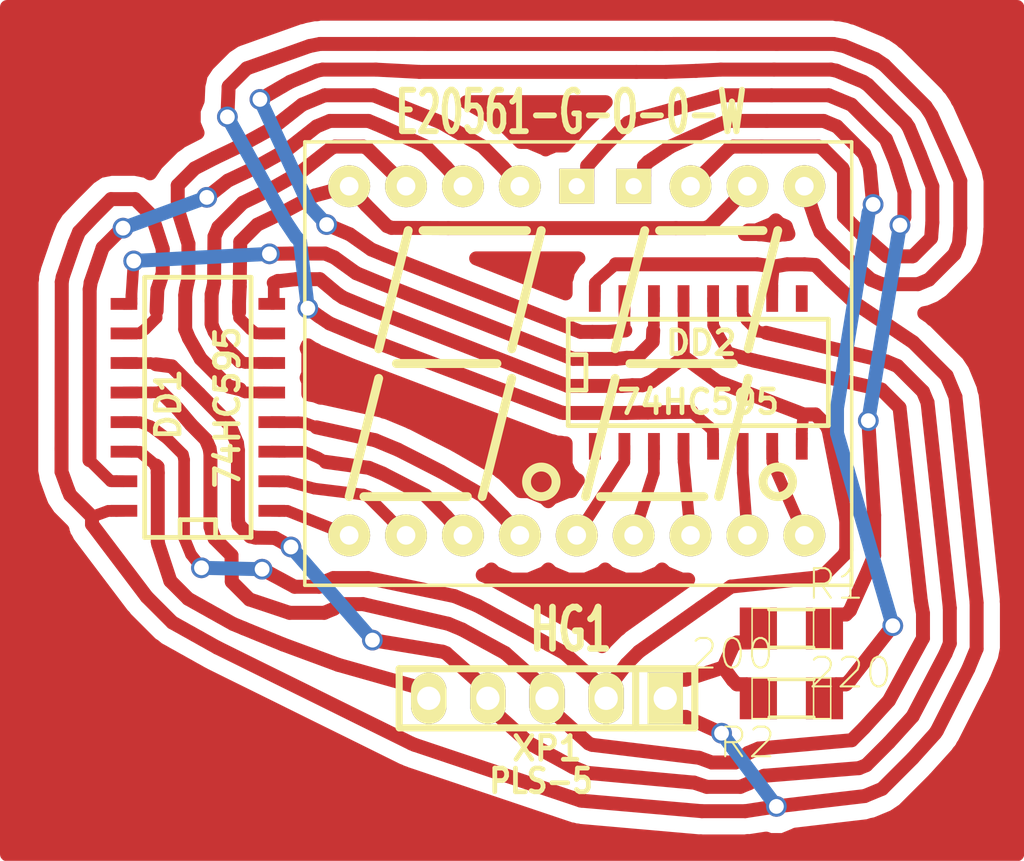
<source format=kicad_pcb>
(kicad_pcb (version 3) (host pcbnew "(2013-03-25 BZR 4005 GOST)-stable")

  (general
    (links 34)
    (no_connects 0)
    (area 100.445597 72.555 134.955116 103.4196)
    (thickness 1.6)
    (drawings 0)
    (tracks 612)
    (zones 0)
    (modules 6)
    (nets 25)
  )

  (page A4 portrait)
  (layers
    (15 F.Cu signal)
    (0 B.Cu signal)
    (16 B.Adhes user)
    (17 F.Adhes user)
    (18 B.Paste user)
    (19 F.Paste user)
    (20 B.SilkS user)
    (21 F.SilkS user)
    (22 B.Mask user)
    (23 F.Mask user)
    (24 Dwgs.User user)
    (25 Cmts.User user)
    (26 Eco1.User user)
    (27 Eco2.User user)
    (28 Edge.Cuts user)
  )

  (setup
    (last_trace_width 0.254)
    (trace_clearance 0.254)
    (zone_clearance 0.7)
    (zone_45_only no)
    (trace_min 0.254)
    (segment_width 0.2)
    (edge_width 0.15)
    (via_size 0.889)
    (via_drill 0.635)
    (via_min_size 0.889)
    (via_min_drill 0.508)
    (uvia_size 0.508)
    (uvia_drill 0.127)
    (uvias_allowed no)
    (uvia_min_size 0.508)
    (uvia_min_drill 0.127)
    (pcb_text_width 0.3)
    (pcb_text_size 1 1)
    (mod_edge_width 0.15)
    (mod_text_size 1 1)
    (mod_text_width 0.15)
    (pad_size 0.508 1.143)
    (pad_drill 0)
    (pad_to_mask_clearance 0)
    (aux_axis_origin 0 0)
    (visible_elements 7FFFFFFF)
    (pcbplotparams
      (layerselection 32768)
      (usegerberextensions false)
      (excludeedgelayer false)
      (linewidth 152400)
      (plotframeref false)
      (viasonmask false)
      (mode 1)
      (useauxorigin false)
      (hpglpennumber 1)
      (hpglpenspeed 20)
      (hpglpendiameter 15)
      (hpglpenoverlay 2)
      (psnegative false)
      (psa4output false)
      (plotreference false)
      (plotvalue false)
      (plotothertext false)
      (plotinvisibletext false)
      (padsonsilk false)
      (subtractmaskfromsilk false)
      (outputformat 5)
      (mirror false)
      (drillshape 1)
      (scaleselection 1)
      (outputdirectory ""))
  )

  (net 0 "")
  (net 1 /L)
  (net 2 /SH)
  (net 3 /ST)
  (net 4 N-000001)
  (net 5 N-0000010)
  (net 6 N-0000011)
  (net 7 N-0000012)
  (net 8 N-0000013)
  (net 9 N-0000014)
  (net 10 N-0000015)
  (net 11 N-0000016)
  (net 12 N-0000017)
  (net 13 N-0000018)
  (net 14 N-000002)
  (net 15 N-0000021)
  (net 16 N-0000022)
  (net 17 N-0000023)
  (net 18 N-000003)
  (net 19 N-000004)
  (net 20 N-000005)
  (net 21 N-000006)
  (net 22 N-000007)
  (net 23 N-000008)
  (net 24 N-000009)

  (net_class Default "Это класс цепей по умолчанию."
    (clearance 0.254)
    (trace_width 0.254)
    (via_dia 0.889)
    (via_drill 0.635)
    (uvia_dia 0.508)
    (uvia_drill 0.127)
    (add_net "")
    (add_net /L)
    (add_net /SH)
    (add_net /ST)
    (add_net N-000001)
    (add_net N-0000010)
    (add_net N-0000011)
    (add_net N-0000012)
    (add_net N-0000013)
    (add_net N-0000014)
    (add_net N-0000015)
    (add_net N-0000016)
    (add_net N-0000017)
    (add_net N-0000018)
    (add_net N-000002)
    (add_net N-0000021)
    (add_net N-0000022)
    (add_net N-0000023)
    (add_net N-000003)
    (add_net N-000004)
    (add_net N-000005)
    (add_net N-000006)
    (add_net N-000007)
    (add_net N-000008)
    (add_net N-000009)
  )

  (module SMD_SO16E_50_200 (layer F.Cu) (tedit 4F2A791E) (tstamp 5528FDE6)
    (at 126 85)
    (descr "Module CMS SOJ 16 pins large")
    (tags "CMS SOJ")
    (path /55282E39)
    (attr smd)
    (fp_text reference DD2 (at 0.127 -1.27) (layer F.SilkS)
      (effects (font (size 1.016 1.016) (thickness 0.2032)))
    )
    (fp_text value 74HC595 (at 0 1.27) (layer F.SilkS)
      (effects (font (size 1.016 1.016) (thickness 0.2032)))
    )
    (fp_line (start -5.588 -0.762) (end -4.826 -0.762) (layer F.SilkS) (width 0.2032))
    (fp_line (start -4.826 -0.762) (end -4.826 0.762) (layer F.SilkS) (width 0.2032))
    (fp_line (start -4.826 0.762) (end -5.588 0.762) (layer F.SilkS) (width 0.2032))
    (fp_line (start 5.588 -2.286) (end 5.588 2.286) (layer F.SilkS) (width 0.2032))
    (fp_line (start 5.588 2.286) (end -5.588 2.286) (layer F.SilkS) (width 0.2032))
    (fp_line (start -5.588 2.286) (end -5.588 -2.286) (layer F.SilkS) (width 0.2032))
    (fp_line (start -5.588 -2.286) (end 5.588 -2.286) (layer F.SilkS) (width 0.2032))
    (pad 16 smd rect (at -4.445 -3.175) (size 0.508 1.143)
      (layers F.Cu F.Paste F.Mask)
      (net 14 N-000002)
    )
    (pad 14 smd rect (at -1.905 -3.175) (size 0.508 1.143)
      (layers F.Cu F.Paste F.Mask)
      (net 1 /L)
    )
    (pad 13 smd rect (at -0.635 -3.175) (size 0.508 1.143)
      (layers F.Cu F.Paste F.Mask)
      (net 12 N-0000017)
    )
    (pad 12 smd rect (at 0.635 -3.175) (size 0.508 1.143)
      (layers F.Cu F.Paste F.Mask)
      (net 3 /ST)
    )
    (pad 11 smd rect (at 1.905 -3.175) (size 0.508 1.143)
      (layers F.Cu F.Paste F.Mask)
      (net 2 /SH)
    )
    (pad 10 smd rect (at 3.175 -3.175) (size 0.508 1.143)
      (layers F.Cu F.Paste F.Mask)
      (net 14 N-000002)
    )
    (pad 9 smd rect (at 4.445 -3.175) (size 0.508 1.143)
      (layers F.Cu F.Paste F.Mask)
    )
    (pad 8 smd rect (at 4.445 3.175) (size 0.508 1.143)
      (layers F.Cu F.Paste F.Mask)
      (net 12 N-0000017)
    )
    (pad 7 smd rect (at 3.175 3.175) (size 0.508 1.143)
      (layers F.Cu F.Paste F.Mask)
      (net 19 N-000004)
    )
    (pad 6 smd rect (at 1.905 3.175) (size 0.508 1.143)
      (layers F.Cu F.Paste F.Mask)
      (net 20 N-000005)
    )
    (pad 5 smd rect (at 0.635 3.175) (size 0.508 1.143)
      (layers F.Cu F.Paste F.Mask)
      (net 21 N-000006)
    )
    (pad 4 smd rect (at -0.635 3.175) (size 0.508 1.143)
      (layers F.Cu F.Paste F.Mask)
      (net 22 N-000007)
    )
    (pad 3 smd rect (at -1.905 3.175) (size 0.508 1.143)
      (layers F.Cu F.Paste F.Mask)
      (net 23 N-000008)
    )
    (pad 2 smd rect (at -3.175 3.175) (size 0.508 1.143)
      (layers F.Cu F.Paste F.Mask)
      (net 24 N-000009)
    )
    (pad 1 smd rect (at -4.445 3.175) (size 0.508 1.143)
      (layers F.Cu F.Paste F.Mask)
      (net 5 N-0000010)
    )
    (pad 15 smd rect (at -3.175 -3.175) (size 0.508 1.143)
      (layers F.Cu F.Paste F.Mask)
      (net 6 N-0000011)
    )
    (model Smd/so16.wrl
      (at (xyz 0 0 0))
      (scale (xyz 0.49 0.42 0.43))
      (rotate (xyz 0 0 0))
    )
  )

  (module SMD_SO16E_50_200 (layer F.Cu) (tedit 5528FEB5) (tstamp 5528F7F4)
    (at 104.5 86.5 90)
    (descr "Module CMS SOJ 16 pins large")
    (tags "CMS SOJ")
    (path /55282DC3)
    (attr smd)
    (fp_text reference DD1 (at 0.127 -1.27 90) (layer F.SilkS)
      (effects (font (size 1.016 1.016) (thickness 0.2032)))
    )
    (fp_text value 74HC595 (at 0 1.27 90) (layer F.SilkS)
      (effects (font (size 1.016 1.016) (thickness 0.2032)))
    )
    (fp_line (start -5.588 -0.762) (end -4.826 -0.762) (layer F.SilkS) (width 0.2032))
    (fp_line (start -4.826 -0.762) (end -4.826 0.762) (layer F.SilkS) (width 0.2032))
    (fp_line (start -4.826 0.762) (end -5.588 0.762) (layer F.SilkS) (width 0.2032))
    (fp_line (start 5.588 -2.286) (end 5.588 2.286) (layer F.SilkS) (width 0.2032))
    (fp_line (start 5.588 2.286) (end -5.588 2.286) (layer F.SilkS) (width 0.2032))
    (fp_line (start -5.588 2.286) (end -5.588 -2.286) (layer F.SilkS) (width 0.2032))
    (fp_line (start -5.588 -2.286) (end 5.588 -2.286) (layer F.SilkS) (width 0.2032))
    (pad 16 smd rect (at -4.445 -3.175 90) (size 0.508 1.143)
      (layers F.Cu F.Paste F.Mask)
      (net 14 N-000002)
    )
    (pad 14 smd rect (at -1.905 -3.175 90) (size 0.508 1.143)
      (layers F.Cu F.Paste F.Mask)
      (net 11 N-0000016)
    )
    (pad 13 smd rect (at -0.635 -3.175 90) (size 0.508 1.143)
      (layers F.Cu F.Paste F.Mask)
      (net 12 N-0000017)
    )
    (pad 12 smd rect (at 0.635 -3.175 90) (size 0.508 1.143)
      (layers F.Cu F.Paste F.Mask)
      (net 3 /ST)
    )
    (pad 11 smd rect (at 1.905 -3.175 90) (size 0.508 1.143)
      (layers F.Cu F.Paste F.Mask)
      (net 2 /SH)
    )
    (pad 10 smd rect (at 3.175 -3.175 90) (size 0.508 1.143)
      (layers F.Cu F.Paste F.Mask)
      (net 14 N-000002)
    )
    (pad 9 smd rect (at 4.445 -3.175 90) (size 0.508 1.143)
      (layers F.Cu F.Paste F.Mask)
      (net 1 /L)
    )
    (pad 8 smd rect (at 4.445 3.175 90) (size 0.508 1.143)
      (layers F.Cu F.Paste F.Mask)
      (net 12 N-0000017)
    )
    (pad 7 smd rect (at 3.175 3.175 90) (size 0.508 1.143)
      (layers F.Cu F.Paste F.Mask)
      (net 7 N-0000012)
    )
    (pad 6 smd rect (at 1.905 3.175 90) (size 0.508 1.143)
      (layers F.Cu F.Paste F.Mask)
      (net 8 N-0000013)
    )
    (pad 5 smd rect (at 0.635 3.175 90) (size 0.508 1.143)
      (layers F.Cu F.Paste F.Mask)
      (net 16 N-0000022)
    )
    (pad 4 smd rect (at -0.635 3.175 90) (size 0.508 1.143)
      (layers F.Cu F.Paste F.Mask)
      (net 9 N-0000014)
    )
    (pad 3 smd rect (at -1.905 3.175 90) (size 0.508 1.143)
      (layers F.Cu F.Paste F.Mask)
      (net 10 N-0000015)
    )
    (pad 2 smd rect (at -3.175 3.175 90) (size 0.508 1.143)
      (layers F.Cu F.Paste F.Mask)
      (net 13 N-0000018)
    )
    (pad 1 smd rect (at -4.445 3.175 90) (size 0.508 1.143)
      (layers F.Cu F.Paste F.Mask)
      (net 17 N-0000023)
    )
    (pad 15 smd rect (at -3.175 -3.175 90) (size 0.508 1.143)
      (layers F.Cu F.Paste F.Mask)
      (net 15 N-0000021)
    )
    (model Smd/so16.wrl
      (at (xyz 0 0 0))
      (scale (xyz 0.49 0.42 0.43))
      (rotate (xyz 0 0 0))
    )
  )

  (module SMD_R_1206 (layer F.Cu) (tedit 200000) (tstamp 5528F804)
    (at 130 96)
    (path /55283383)
    (attr smd)
    (fp_text reference R1 (at 1.905 -1.905) (layer F.SilkS)
      (effects (font (size 1.27 1.27) (thickness 0.0889)))
    )
    (fp_text value 220 (at 2.54 1.905) (layer F.SilkS)
      (effects (font (size 1.27 1.27) (thickness 0.0889)))
    )
    (fp_line (start -1.6891 0.8763) (end -0.9525 0.8763) (layer F.SilkS) (width 0.06604))
    (fp_line (start -0.9525 0.8763) (end -0.9525 -0.8763) (layer F.SilkS) (width 0.06604))
    (fp_line (start -1.6891 -0.8763) (end -0.9525 -0.8763) (layer F.SilkS) (width 0.06604))
    (fp_line (start -1.6891 0.8763) (end -1.6891 -0.8763) (layer F.SilkS) (width 0.06604))
    (fp_line (start 0.9525 0.8763) (end 1.6891 0.8763) (layer F.SilkS) (width 0.06604))
    (fp_line (start 1.6891 0.8763) (end 1.6891 -0.8763) (layer F.SilkS) (width 0.06604))
    (fp_line (start 0.9525 -0.8763) (end 1.6891 -0.8763) (layer F.SilkS) (width 0.06604))
    (fp_line (start 0.9525 0.8763) (end 0.9525 -0.8763) (layer F.SilkS) (width 0.06604))
    (fp_line (start 0.9525 0.8128) (end -0.9652 0.8128) (layer F.SilkS) (width 0.1524))
    (fp_line (start 0.9525 -0.8128) (end -0.9652 -0.8128) (layer F.SilkS) (width 0.1524))
    (pad 1 smd rect (at -1.41986 0) (size 1.59766 1.80086)
      (layers F.Cu F.Paste F.Mask)
      (net 14 N-000002)
    )
    (pad 2 smd rect (at 1.41986 0) (size 1.59766 1.80086)
      (layers F.Cu F.Paste F.Mask)
      (net 4 N-000001)
    )
    (model Smd/r_1206.wrl
      (at (xyz 0 0 0))
      (scale (xyz 1 1 1))
      (rotate (xyz 0 0 0))
    )
  )

  (module SMD_R_1206 (layer F.Cu) (tedit 200000) (tstamp 5528F814)
    (at 130 99 180)
    (path /552833B9)
    (attr smd)
    (fp_text reference R2 (at 1.905 -1.905 180) (layer F.SilkS)
      (effects (font (size 1.27 1.27) (thickness 0.0889)))
    )
    (fp_text value 200 (at 2.54 1.905 180) (layer F.SilkS)
      (effects (font (size 1.27 1.27) (thickness 0.0889)))
    )
    (fp_line (start -1.6891 0.8763) (end -0.9525 0.8763) (layer F.SilkS) (width 0.06604))
    (fp_line (start -0.9525 0.8763) (end -0.9525 -0.8763) (layer F.SilkS) (width 0.06604))
    (fp_line (start -1.6891 -0.8763) (end -0.9525 -0.8763) (layer F.SilkS) (width 0.06604))
    (fp_line (start -1.6891 0.8763) (end -1.6891 -0.8763) (layer F.SilkS) (width 0.06604))
    (fp_line (start 0.9525 0.8763) (end 1.6891 0.8763) (layer F.SilkS) (width 0.06604))
    (fp_line (start 1.6891 0.8763) (end 1.6891 -0.8763) (layer F.SilkS) (width 0.06604))
    (fp_line (start 0.9525 -0.8763) (end 1.6891 -0.8763) (layer F.SilkS) (width 0.06604))
    (fp_line (start 0.9525 0.8763) (end 0.9525 -0.8763) (layer F.SilkS) (width 0.06604))
    (fp_line (start 0.9525 0.8128) (end -0.9652 0.8128) (layer F.SilkS) (width 0.1524))
    (fp_line (start 0.9525 -0.8128) (end -0.9652 -0.8128) (layer F.SilkS) (width 0.1524))
    (pad 1 smd rect (at -1.41986 0 180) (size 1.59766 1.80086)
      (layers F.Cu F.Paste F.Mask)
      (net 18 N-000003)
    )
    (pad 2 smd rect (at 1.41986 0 180) (size 1.59766 1.80086)
      (layers F.Cu F.Paste F.Mask)
      (net 14 N-000002)
    )
    (model Smd/r_1206.wrl
      (at (xyz 0 0 0))
      (scale (xyz 1 1 1))
      (rotate (xyz 0 0 0))
    )
  )

  (module DISCRET_7SEGx2-E20561 (layer F.Cu) (tedit 5528FE68) (tstamp 5528F83F)
    (at 111 77)
    (descr "Afficheur 7 segments 10mm DIGIT")
    (tags AFFICHEUR)
    (path /55282D91)
    (fp_text reference HG1 (at 9.525 19.05) (layer F.SilkS)
      (effects (font (size 1.778 1.143) (thickness 0.28575)))
    )
    (fp_text value E20561-G-O-0-W (at 9.525 -3.175) (layer F.SilkS)
      (effects (font (size 1.778 1.016) (thickness 0.254)))
    )
    (fp_line (start -1.905 -1.905) (end 21.59 -1.905) (layer F.SilkS) (width 0.15))
    (fp_line (start 21.59 -1.905) (end 21.59 17.145) (layer F.SilkS) (width 0.15))
    (fp_line (start 21.59 17.145) (end -1.905 17.145) (layer F.SilkS) (width 0.15))
    (fp_line (start -1.905 17.145) (end -1.905 -1.905) (layer F.SilkS) (width 0.15))
    (fp_line (start 3.175 1.905) (end 7.62 1.905) (layer F.SilkS) (width 0.381))
    (fp_line (start 6.985 6.985) (end 8.255 1.905) (layer F.SilkS) (width 0.381))
    (fp_line (start 1.27 6.985) (end 2.54 1.905) (layer F.SilkS) (width 0.381))
    (fp_line (start 0.635 13.335) (end 5.08 13.335) (layer F.SilkS) (width 0.381))
    (fp_line (start 1.27 8.255) (end 0 13.335) (layer F.SilkS) (width 0.381))
    (fp_line (start 6.985 8.255) (end 5.715 13.335) (layer F.SilkS) (width 0.381))
    (fp_circle (center 18.415 12.7) (end 19.05 12.7) (layer F.SilkS) (width 0.381))
    (fp_line (start 13.335 1.905) (end 17.78 1.905) (layer F.SilkS) (width 0.381))
    (fp_line (start 10.795 13.335) (end 15.24 13.335) (layer F.SilkS) (width 0.381))
    (fp_line (start 17.145 8.255) (end 15.875 13.335) (layer F.SilkS) (width 0.381))
    (fp_line (start 10.16 13.335) (end 11.43 8.255) (layer F.SilkS) (width 0.381))
    (fp_line (start 17.145 6.985) (end 18.415 1.905) (layer F.SilkS) (width 0.381))
    (fp_line (start 11.43 6.985) (end 12.7 1.905) (layer F.SilkS) (width 0.381))
    (fp_line (start 12.065 7.62) (end 16.51 7.62) (layer F.SilkS) (width 0.381))
    (fp_line (start 2.159 7.62) (end 6.223 7.62) (layer F.SilkS) (width 0.381))
    (fp_circle (center 8.255 12.7) (end 8.89 12.7) (layer F.SilkS) (width 0.381))
    (fp_line (start 2.032 7.62) (end 6.35 7.62) (layer F.SilkS) (width 0.381))
    (pad 1 thru_hole circle (at 0 15) (size 1.8 1.8) (drill 0.8)
      (layers *.Cu *.Mask F.SilkS)
      (net 17 N-0000023)
    )
    (pad 2 thru_hole circle (at 2.444444 15) (size 1.8 1.8) (drill 0.8)
      (layers *.Cu *.Mask F.SilkS)
      (net 13 N-0000018)
    )
    (pad 3 thru_hole circle (at 4.888889 15) (size 1.8 1.8) (drill 0.8)
      (layers *.Cu *.Mask F.SilkS)
      (net 10 N-0000015)
    )
    (pad 4 thru_hole circle (at 7.333333 15) (size 1.8 1.8) (drill 0.8)
      (layers *.Cu *.Mask F.SilkS)
      (net 9 N-0000014)
    )
    (pad 13 thru_hole rect (at 12.222222 0) (size 1.5 1.5) (drill 0.699999)
      (layers *.Cu *.Mask F.SilkS)
      (net 18 N-000003)
    )
    (pad 14 thru_hole rect (at 9.777778 0) (size 1.5 1.5) (drill 0.699999)
      (layers *.Cu *.Mask F.SilkS)
      (net 4 N-000001)
    )
    (pad 15 thru_hole circle (at 7.333333 0) (size 1.8 1.8) (drill 0.8)
      (layers *.Cu *.Mask F.SilkS)
      (net 16 N-0000022)
    )
    (pad 16 thru_hole circle (at 4.888889 0) (size 1.8 1.8) (drill 0.8)
      (layers *.Cu *.Mask F.SilkS)
      (net 15 N-0000021)
    )
    (pad 5 thru_hole circle (at 9.777778 15) (size 1.8 1.8) (drill 0.8)
      (layers *.Cu *.Mask F.SilkS)
      (net 24 N-000009)
    )
    (pad 6 thru_hole circle (at 12.222222 15) (size 1.8 1.8) (drill 0.8)
      (layers *.Cu *.Mask F.SilkS)
      (net 23 N-000008)
    )
    (pad 7 thru_hole circle (at 14.666667 15) (size 1.8 1.8) (drill 0.8)
      (layers *.Cu *.Mask F.SilkS)
      (net 22 N-000007)
    )
    (pad 8 thru_hole circle (at 17.111111 15) (size 1.8 1.8) (drill 0.8)
      (layers *.Cu *.Mask F.SilkS)
      (net 20 N-000005)
    )
    (pad 12 thru_hole circle (at 14.666667 0) (size 1.8 1.8) (drill 0.8)
      (layers *.Cu *.Mask F.SilkS)
      (net 6 N-0000011)
    )
    (pad 11 thru_hole circle (at 17.111111 0) (size 1.8 1.8) (drill 0.8)
      (layers *.Cu *.Mask F.SilkS)
      (net 7 N-0000012)
    )
    (pad 10 thru_hole circle (at 19.555556 0) (size 1.8 1.8) (drill 0.8)
      (layers *.Cu *.Mask F.SilkS)
      (net 21 N-000006)
    )
    (pad 9 thru_hole circle (at 19.555556 15) (size 1.8 1.8) (drill 0.8)
      (layers *.Cu *.Mask F.SilkS)
      (net 19 N-000004)
    )
    (pad 17 thru_hole circle (at 2.444444 0) (size 1.8 1.8) (drill 0.8)
      (layers *.Cu *.Mask F.SilkS)
      (net 8 N-0000013)
    )
    (pad 18 thru_hole circle (at 0 0) (size 1.8 1.8) (drill 0.8)
      (layers *.Cu *.Mask F.SilkS)
      (net 7 N-0000012)
    )
  )

  (module CONN_PLS-5 (layer F.Cu) (tedit 4B90DFE0) (tstamp 5528F84D)
    (at 119.5 99 180)
    (descr "Pin strip 5pin")
    (tags "CONN DEV")
    (path /5528430B)
    (fp_text reference XP1 (at 0 -2.159 180) (layer F.SilkS)
      (effects (font (size 1.016 1.016) (thickness 0.2032)))
    )
    (fp_text value PLS-5 (at 0.254 -3.556 180) (layer F.SilkS)
      (effects (font (size 1.016 0.889) (thickness 0.2032)))
    )
    (fp_line (start -3.81 -1.27) (end -3.81 1.27) (layer F.SilkS) (width 0.3048))
    (fp_line (start 6.35 1.27) (end -6.35 1.27) (layer F.SilkS) (width 0.3048))
    (fp_line (start -6.35 -1.27) (end 6.35 -1.27) (layer F.SilkS) (width 0.3048))
    (fp_line (start -6.35 1.27) (end -6.35 -1.27) (layer F.SilkS) (width 0.3048))
    (fp_line (start 6.35 -1.27) (end 6.35 1.27) (layer F.SilkS) (width 0.3048))
    (pad 1 thru_hole rect (at -5.08 0 180) (size 1.524 2.19964) (drill 1.00076)
      (layers *.Cu *.Mask F.SilkS)
      (net 14 N-000002)
    )
    (pad 2 thru_hole oval (at -2.54 0 180) (size 1.524 2.19964) (drill 1.00076)
      (layers *.Cu *.Mask F.SilkS)
      (net 12 N-0000017)
    )
    (pad 3 thru_hole oval (at 0 0 180) (size 1.524 2.19964) (drill 1.00076)
      (layers *.Cu *.Mask F.SilkS)
      (net 3 /ST)
    )
    (pad 4 thru_hole oval (at 2.54 0 180) (size 1.524 2.19964) (drill 1.00076)
      (layers *.Cu *.Mask F.SilkS)
      (net 2 /SH)
    )
    (pad 5 thru_hole oval (at 5.08 0 180) (size 1.524 2.19964) (drill 1.00076)
      (layers *.Cu *.Mask F.SilkS)
      (net 11 N-0000016)
    )
    (model Pin_array/pin_strip_5.wrl
      (at (xyz 0 0 0))
      (scale (xyz 1 1 1))
      (rotate (xyz 0 0 0))
    )
  )

  (via (at 107.5753 79.9058) (size 0.889) (layers F.Cu B.Cu) (net 1))
  (via (at 101.7443 80.2116) (size 0.889) (layers F.Cu B.Cu) (net 1))
  (segment (start 101.7443 80.2116) (end 107.5753 79.9058) (width 0.6) (layer B.Cu) (net 1))
  (segment (start 124.091 82.9701) (end 124.064 83.1965) (width 0.5) (layer F.Cu) (net 1))
  (segment (start 124.091 82.3965) (end 124.091 82.9701) (width 0.5) (layer F.Cu) (net 1))
  (segment (start 124.091 82.1465) (end 124.091 82.3965) (width 0.5) (layer F.Cu) (net 1))
  (segment (start 124.095 81.825) (end 124.091 82.1465) (width 0.5) (layer F.Cu) (net 1))
  (segment (start 101.6465 81.6974) (end 101.7443 80.2116) (width 0.5) (layer F.Cu) (net 1))
  (segment (start 101.6465 81.801) (end 101.6465 81.6974) (width 0.5) (layer F.Cu) (net 1))
  (segment (start 101.6465 82.051) (end 101.6465 81.801) (width 0.5) (layer F.Cu) (net 1))
  (segment (start 101.325 82.055) (end 101.6465 82.051) (width 0.5) (layer F.Cu) (net 1))
  (segment (start 124.0407 83.6839) (end 124.064 83.1965) (width 0.6) (layer F.Cu) (net 1))
  (segment (start 123.3514 84.3732) (end 124.0407 83.6839) (width 0.6) (layer F.Cu) (net 1))
  (segment (start 122.9272 84.3732) (end 123.3514 84.3732) (width 0.6) (layer F.Cu) (net 1))
  (segment (start 122.4826 84.4193) (end 122.9272 84.3732) (width 0.6) (layer F.Cu) (net 1))
  (segment (start 121.1354 84.4193) (end 122.4826 84.4193) (width 0.6) (layer F.Cu) (net 1))
  (segment (start 120.6274 84.4193) (end 121.1354 84.4193) (width 0.6) (layer F.Cu) (net 1))
  (segment (start 112.3084 81.1519) (end 120.6274 84.4193) (width 0.6) (layer F.Cu) (net 1))
  (segment (start 111.3118 80.7391) (end 112.3084 81.1519) (width 0.6) (layer F.Cu) (net 1))
  (segment (start 111.2485 80.6968) (end 111.3118 80.7391) (width 0.6) (layer F.Cu) (net 1))
  (segment (start 110.362 80.0585) (end 111.2485 80.6968) (width 0.6) (layer F.Cu) (net 1))
  (segment (start 109.9625 79.893) (end 110.362 80.0585) (width 0.6) (layer F.Cu) (net 1))
  (segment (start 108.4863 79.893) (end 109.9625 79.893) (width 0.6) (layer F.Cu) (net 1))
  (segment (start 107.5753 79.9058) (end 108.4863 79.893) (width 0.6) (layer F.Cu) (net 1))
  (via (at 112 96.5) (size 0.889) (layers F.Cu B.Cu) (net 2))
  (via (at 108.5 92.5) (size 0.889) (layers F.Cu B.Cu) (net 2))
  (segment (start 108.5 92.5) (end 112 96.5) (width 0.6) (layer B.Cu) (net 2))
  (segment (start 128.5689 83.2465) (end 128.9109 83.2965) (width 0.5) (layer F.Cu) (net 2))
  (segment (start 128.071 82.7486) (end 128.5689 83.2465) (width 0.5) (layer F.Cu) (net 2))
  (segment (start 127.909 82.5001) (end 128.071 82.7486) (width 0.5) (layer F.Cu) (net 2))
  (segment (start 127.909 82.3965) (end 127.909 82.5001) (width 0.5) (layer F.Cu) (net 2))
  (segment (start 127.909 82.1465) (end 127.909 82.3965) (width 0.5) (layer F.Cu) (net 2))
  (segment (start 127.905 81.825) (end 127.909 82.1465) (width 0.5) (layer F.Cu) (net 2))
  (segment (start 102.4701 84.599) (end 102.7007 84.6511) (width 0.5) (layer F.Cu) (net 2))
  (segment (start 101.8965 84.599) (end 102.4701 84.599) (width 0.5) (layer F.Cu) (net 2))
  (segment (start 101.6465 84.599) (end 101.8965 84.599) (width 0.5) (layer F.Cu) (net 2))
  (segment (start 101.325 84.595) (end 101.6465 84.599) (width 0.5) (layer F.Cu) (net 2))
  (segment (start 134.0814 84.5278) (end 128.9109 83.2965) (width 0.6) (layer F.Cu) (net 2))
  (segment (start 134.5535 84.7234) (end 134.0814 84.5278) (width 0.6) (layer F.Cu) (net 2))
  (segment (start 135.6529 85.8228) (end 134.5535 84.7234) (width 0.6) (layer F.Cu) (net 2))
  (segment (start 135.8485 86.2949) (end 135.6529 85.8228) (width 0.6) (layer F.Cu) (net 2))
  (segment (start 136.8056 95.1233) (end 135.8485 86.2949) (width 0.6) (layer F.Cu) (net 2))
  (segment (start 136.8056 96.6405) (end 136.8056 95.1233) (width 0.6) (layer F.Cu) (net 2))
  (segment (start 136.6245 97.0777) (end 136.8056 96.6405) (width 0.6) (layer F.Cu) (net 2))
  (segment (start 135.2081 99.7771) (end 136.6245 97.0777) (width 0.6) (layer F.Cu) (net 2))
  (segment (start 134.1908 100.8981) (end 135.2081 99.7771) (width 0.6) (layer F.Cu) (net 2))
  (segment (start 133.2164 101.8725) (end 134.1908 100.8981) (width 0.6) (layer F.Cu) (net 2))
  (segment (start 132.9077 102.0004) (end 133.2164 101.8725) (width 0.6) (layer F.Cu) (net 2))
  (segment (start 128.8237 102.3294) (end 132.9077 102.0004) (width 0.6) (layer F.Cu) (net 2))
  (segment (start 128.8034 102.3378) (end 128.8237 102.3294) (width 0.6) (layer F.Cu) (net 2))
  (segment (start 128.1758 102.6513) (end 128.8034 102.3378) (width 0.6) (layer F.Cu) (net 2))
  (segment (start 127.8068 102.8041) (end 128.1758 102.6513) (width 0.6) (layer F.Cu) (net 2))
  (segment (start 126.3636 102.8041) (end 127.8068 102.8041) (width 0.6) (layer F.Cu) (net 2))
  (segment (start 125.8214 102.623) (end 126.3636 102.8041) (width 0.6) (layer F.Cu) (net 2))
  (segment (start 121.1994 102.1998) (end 125.8214 102.623) (width 0.6) (layer F.Cu) (net 2))
  (segment (start 120.6106 101.9559) (end 121.1994 102.1998) (width 0.6) (layer F.Cu) (net 2))
  (segment (start 118.7504 100.9386) (end 120.6106 101.9559) (width 0.6) (layer F.Cu) (net 2))
  (segment (start 116.96 99.3378) (end 118.7504 100.9386) (width 0.6) (layer F.Cu) (net 2))
  (segment (start 116.96 99) (end 116.96 99.3378) (width 0.6) (layer F.Cu) (net 2))
  (segment (start 107.8306 92.1228) (end 108.5 92.5) (width 0.6) (layer F.Cu) (net 2))
  (segment (start 107.7995 92.1099) (end 107.8306 92.1228) (width 0.6) (layer F.Cu) (net 2))
  (segment (start 106.9807 92.099) (end 107.7995 92.1099) (width 0.6) (layer F.Cu) (net 2))
  (segment (start 106.7529 92.0454) (end 106.9807 92.099) (width 0.6) (layer F.Cu) (net 2))
  (segment (start 106.2571 91.5496) (end 106.7529 92.0454) (width 0.6) (layer F.Cu) (net 2))
  (segment (start 106.2221 91.3141) (end 106.2571 91.5496) (width 0.6) (layer F.Cu) (net 2))
  (segment (start 106.2221 88.3441) (end 106.2221 91.3141) (width 0.6) (layer F.Cu) (net 2))
  (segment (start 106.1822 88.0374) (end 106.2221 88.3441) (width 0.6) (layer F.Cu) (net 2))
  (segment (start 105.8452 87.2238) (end 106.1822 88.0374) (width 0.6) (layer F.Cu) (net 2))
  (segment (start 104.567 85.9246) (end 105.8452 87.2238) (width 0.6) (layer F.Cu) (net 2))
  (segment (start 104.0332 85.3908) (end 104.567 85.9246) (width 0.6) (layer F.Cu) (net 2))
  (segment (start 103.3827 84.7403) (end 104.0332 85.3908) (width 0.6) (layer F.Cu) (net 2))
  (segment (start 102.7007 84.6511) (end 103.3827 84.7403) (width 0.6) (layer F.Cu) (net 2))
  (segment (start 116.96 98.6622) (end 116.96 99) (width 0.6) (layer F.Cu) (net 2))
  (segment (start 115.1696 97.0614) (end 116.96 98.6622) (width 0.6) (layer F.Cu) (net 2))
  (segment (start 115.0219 97.0002) (end 115.1696 97.0614) (width 0.6) (layer F.Cu) (net 2))
  (segment (start 112 96.5) (end 115.0219 97.0002) (width 0.6) (layer F.Cu) (net 2))
  (segment (start 127.5169 84.2606) (end 127.3164 84.1902) (width 0.6) (layer F.Cu) (net 3))
  (segment (start 128.4138 84.4965) (end 127.5169 84.2606) (width 0.6) (layer F.Cu) (net 3))
  (segment (start 133.8427 85.7278) (end 128.4138 84.4965) (width 0.6) (layer F.Cu) (net 3))
  (segment (start 133.8738 85.7407) (end 133.8427 85.7278) (width 0.6) (layer F.Cu) (net 3))
  (segment (start 134.6356 86.5025) (end 133.8738 85.7407) (width 0.6) (layer F.Cu) (net 3))
  (segment (start 134.6485 86.5336) (end 134.6356 86.5025) (width 0.6) (layer F.Cu) (net 3))
  (segment (start 135.5594 94.8105) (end 134.6485 86.5336) (width 0.6) (layer F.Cu) (net 3))
  (segment (start 135.653 95.3526) (end 135.5594 94.8105) (width 0.6) (layer F.Cu) (net 3))
  (segment (start 135.653 96.4112) (end 135.653 95.3526) (width 0.6) (layer F.Cu) (net 3))
  (segment (start 135.6474 96.4248) (end 135.653 96.4112) (width 0.6) (layer F.Cu) (net 3))
  (segment (start 134.1908 99.0973) (end 135.6474 96.4248) (width 0.6) (layer F.Cu) (net 3))
  (segment (start 133.1187 100.2732) (end 134.1908 99.0973) (width 0.6) (layer F.Cu) (net 3))
  (segment (start 132.5915 100.8004) (end 133.1187 100.2732) (width 0.6) (layer F.Cu) (net 3))
  (segment (start 128.5908 101.1587) (end 132.5915 100.8004) (width 0.6) (layer F.Cu) (net 3))
  (segment (start 128.1402 101.3453) (end 128.5908 101.1587) (width 0.6) (layer F.Cu) (net 3))
  (segment (start 127.5895 101.7578) (end 128.1402 101.3453) (width 0.6) (layer F.Cu) (net 3))
  (segment (start 126.5809 101.7578) (end 127.5895 101.7578) (width 0.6) (layer F.Cu) (net 3))
  (segment (start 126.0336 101.5565) (end 126.5809 101.7578) (width 0.6) (layer F.Cu) (net 3))
  (segment (start 121.4381 100.9998) (end 126.0336 101.5565) (width 0.6) (layer F.Cu) (net 3))
  (segment (start 121.2904 100.9386) (end 121.4381 100.9998) (width 0.6) (layer F.Cu) (net 3))
  (segment (start 119.5 99.3378) (end 121.2904 100.9386) (width 0.6) (layer F.Cu) (net 3))
  (segment (start 119.5 99) (end 119.5 99.3378) (width 0.6) (layer F.Cu) (net 3))
  (segment (start 119.5 98.6622) (end 119.5 99) (width 0.6) (layer F.Cu) (net 3))
  (segment (start 117.7096 97.0614) (end 119.5 98.6622) (width 0.6) (layer F.Cu) (net 3))
  (segment (start 115.8494 96.0441) (end 117.7096 97.0614) (width 0.6) (layer F.Cu) (net 3))
  (segment (start 115.2606 95.8002) (end 115.8494 96.0441) (width 0.6) (layer F.Cu) (net 3))
  (segment (start 111.5919 94.9537) (end 115.2606 95.8002) (width 0.6) (layer F.Cu) (net 3))
  (segment (start 110.5449 94.9537) (end 111.5919 94.9537) (width 0.6) (layer F.Cu) (net 3))
  (segment (start 110.3418 95.1567) (end 110.5449 94.9537) (width 0.6) (layer F.Cu) (net 3))
  (segment (start 109.9291 95.3277) (end 110.3418 95.1567) (width 0.6) (layer F.Cu) (net 3))
  (segment (start 108.4385 95.3277) (end 109.9291 95.3277) (width 0.6) (layer F.Cu) (net 3))
  (segment (start 106.7304 94.7572) (end 108.4385 95.3277) (width 0.6) (layer F.Cu) (net 3))
  (segment (start 106.7146 94.7507) (end 106.7304 94.7572) (width 0.6) (layer F.Cu) (net 3))
  (segment (start 105.9645 94.0006) (end 106.7146 94.7507) (width 0.6) (layer F.Cu) (net 3))
  (segment (start 105.958 93.9848) (end 105.9645 94.0006) (width 0.6) (layer F.Cu) (net 3))
  (segment (start 105.9461 92.8666) (end 105.958 93.9848) (width 0.6) (layer F.Cu) (net 3))
  (segment (start 105.9414 92.8553) (end 105.9461 92.8666) (width 0.6) (layer F.Cu) (net 3))
  (segment (start 105.2222 92.1361) (end 105.9414 92.8553) (width 0.6) (layer F.Cu) (net 3))
  (segment (start 105.1106 91.8667) (end 105.2222 92.1361) (width 0.6) (layer F.Cu) (net 3))
  (segment (start 105.0407 91.6306) (end 105.1106 91.8667) (width 0.6) (layer F.Cu) (net 3))
  (segment (start 105.0407 88.5243) (end 105.0407 91.6306) (width 0.6) (layer F.Cu) (net 3))
  (segment (start 105.006 88.2714) (end 105.0407 88.5243) (width 0.6) (layer F.Cu) (net 3))
  (segment (start 104.848 87.89) (end 105.006 88.2714) (width 0.6) (layer F.Cu) (net 3))
  (segment (start 104.1988 87.2318) (end 104.848 87.89) (width 0.6) (layer F.Cu) (net 3))
  (segment (start 103.6256 86.5536) (end 104.1988 87.2318) (width 0.6) (layer F.Cu) (net 3))
  (segment (start 102.9228 85.8507) (end 103.6256 86.5536) (width 0.6) (layer F.Cu) (net 3))
  (segment (start 126.6786 83.0657) (end 127.3164 84.1902) (width 0.5) (layer F.Cu) (net 3))
  (segment (start 126.639 82.9701) (end 126.6786 83.0657) (width 0.5) (layer F.Cu) (net 3))
  (segment (start 126.639 82.3965) (end 126.639 82.9701) (width 0.5) (layer F.Cu) (net 3))
  (segment (start 126.639 82.1465) (end 126.639 82.3965) (width 0.5) (layer F.Cu) (net 3))
  (segment (start 126.635 81.825) (end 126.639 82.1465) (width 0.5) (layer F.Cu) (net 3))
  (segment (start 102.4701 85.861) (end 102.9228 85.8507) (width 0.5) (layer F.Cu) (net 3))
  (segment (start 101.8965 85.861) (end 102.4701 85.861) (width 0.5) (layer F.Cu) (net 3))
  (segment (start 101.6465 85.861) (end 101.8965 85.861) (width 0.5) (layer F.Cu) (net 3))
  (segment (start 101.325 85.865) (end 101.6465 85.861) (width 0.5) (layer F.Cu) (net 3))
  (via (at 133.304 87.0723) (size 0.889) (layers F.Cu B.Cu) (net 4))
  (via (at 134.6628 78.6722) (size 0.889) (layers F.Cu B.Cu) (net 4))
  (segment (start 134.6628 78.6722) (end 133.304 87.0723) (width 0.6) (layer B.Cu) (net 4))
  (segment (start 134.8417 78.3518) (end 134.6628 78.6722) (width 0.6) (layer F.Cu) (net 4))
  (segment (start 134.8546 78.3207) (end 134.8417 78.3518) (width 0.6) (layer F.Cu) (net 4))
  (segment (start 134.8546 77.2433) (end 134.8546 78.3207) (width 0.6) (layer F.Cu) (net 4))
  (segment (start 134.4576 75.9398) (end 134.8546 77.2433) (width 0.6) (layer F.Cu) (net 4))
  (segment (start 134.0644 74.9905) (end 134.4576 75.9398) (width 0.6) (layer F.Cu) (net 4))
  (segment (start 134.0505 74.9697) (end 134.0644 74.9905) (width 0.6) (layer F.Cu) (net 4))
  (segment (start 132.5859 73.5051) (end 134.0505 74.9697) (width 0.6) (layer F.Cu) (net 4))
  (segment (start 132.5651 73.4912) (end 132.5859 73.5051) (width 0.6) (layer F.Cu) (net 4))
  (segment (start 131.6158 73.098) (end 132.5651 73.4912) (width 0.6) (layer F.Cu) (net 4))
  (segment (start 131.5913 73.0931) (end 131.6158 73.098) (width 0.6) (layer F.Cu) (net 4))
  (segment (start 129.1468 73.0931) (end 131.5913 73.0931) (width 0.6) (layer F.Cu) (net 4))
  (segment (start 127.0754 73.0931) (end 129.1468 73.0931) (width 0.6) (layer F.Cu) (net 4))
  (segment (start 127.0509 73.098) (end 127.0754 73.0931) (width 0.6) (layer F.Cu) (net 4))
  (segment (start 123.2832 74.15) (end 127.0509 73.098) (width 0.6) (layer F.Cu) (net 4))
  (segment (start 122.9745 74.2779) (end 123.2832 74.15) (width 0.6) (layer F.Cu) (net 4))
  (segment (start 122.0001 75.2523) (end 122.9745 74.2779) (width 0.6) (layer F.Cu) (net 4))
  (segment (start 121.2278 76.1257) (end 122.0001 75.2523) (width 0.6) (layer F.Cu) (net 4))
  (segment (start 121.2278 76.25) (end 121.2278 76.1257) (width 0.6) (layer F.Cu) (net 4))
  (segment (start 121.2278 76.55) (end 121.2278 76.25) (width 0.6) (layer F.Cu) (net 4))
  (segment (start 120.7778 77) (end 121.2278 76.55) (width 0.6) (layer F.Cu) (net 4))
  (segment (start 131.9187 95.3996) (end 131.4199 96) (width 0.6) (layer F.Cu) (net 4))
  (segment (start 132.2187 95.3996) (end 131.9187 95.3996) (width 0.6) (layer F.Cu) (net 4))
  (segment (start 132.343 95.3996) (end 132.2187 95.3996) (width 0.6) (layer F.Cu) (net 4))
  (segment (start 132.5187 95.2239) (end 132.343 95.3996) (width 0.6) (layer F.Cu) (net 4))
  (segment (start 133.2907 93.5075) (end 132.5187 95.2239) (width 0.6) (layer F.Cu) (net 4))
  (segment (start 133.5556 92.868) (end 133.2907 93.5075) (width 0.6) (layer F.Cu) (net 4))
  (segment (start 133.5556 91.132) (end 133.5556 92.868) (width 0.6) (layer F.Cu) (net 4))
  (segment (start 133.304 87.0723) (end 133.5556 91.132) (width 0.6) (layer F.Cu) (net 4))
  (via (at 110.0333 78.6472) (size 0.889) (layers F.Cu B.Cu) (net 6))
  (via (at 107.1673 73.2713) (size 0.889) (layers F.Cu B.Cu) (net 6))
  (segment (start 109.2822 77.8278) (end 110.0333 78.6472) (width 0.6) (layer B.Cu) (net 6))
  (segment (start 107.1673 73.2713) (end 109.2822 77.8278) (width 0.6) (layer B.Cu) (net 6))
  (segment (start 122.1658 83.2579) (end 122.864 83.1965) (width 0.6) (layer F.Cu) (net 6))
  (segment (start 121.4522 83.2579) (end 122.1658 83.2579) (width 0.6) (layer F.Cu) (net 6))
  (segment (start 120.9442 83.2579) (end 121.4522 83.2579) (width 0.6) (layer F.Cu) (net 6))
  (segment (start 112.5808 79.9779) (end 120.9442 83.2579) (width 0.6) (layer F.Cu) (net 6))
  (segment (start 111.9494 79.7164) (end 112.5808 79.9779) (width 0.6) (layer F.Cu) (net 6))
  (segment (start 111.0254 79.0657) (end 111.9494 79.7164) (width 0.6) (layer F.Cu) (net 6))
  (segment (start 110.0333 78.6472) (end 111.0254 79.0657) (width 0.6) (layer F.Cu) (net 6))
  (segment (start 122.829 82.9701) (end 122.864 83.1965) (width 0.5) (layer F.Cu) (net 6))
  (segment (start 122.829 82.3965) (end 122.829 82.9701) (width 0.5) (layer F.Cu) (net 6))
  (segment (start 122.829 82.1465) (end 122.829 82.3965) (width 0.5) (layer F.Cu) (net 6))
  (segment (start 122.825 81.825) (end 122.829 82.1465) (width 0.5) (layer F.Cu) (net 6))
  (segment (start 108.4684 72.5143) (end 107.1673 73.2713) (width 0.6) (layer F.Cu) (net 6))
  (segment (start 109.6183 72.038) (end 108.4684 72.5143) (width 0.6) (layer F.Cu) (net 6))
  (segment (start 109.8558 71.9908) (end 109.6183 72.038) (width 0.6) (layer F.Cu) (net 6))
  (segment (start 112.1442 71.9908) (end 109.8558 71.9908) (width 0.6) (layer F.Cu) (net 6))
  (segment (start 114.0232 72.089) (end 112.1442 71.9908) (width 0.6) (layer F.Cu) (net 6))
  (segment (start 123.34 72.089) (end 114.0232 72.089) (width 0.6) (layer F.Cu) (net 6))
  (segment (start 124.5988 72.089) (end 123.34 72.089) (width 0.6) (layer F.Cu) (net 6))
  (segment (start 125.898 72.0445) (end 124.5988 72.089) (width 0.6) (layer F.Cu) (net 6))
  (segment (start 126.9669 71.9908) (end 125.898 72.0445) (width 0.6) (layer F.Cu) (net 6))
  (segment (start 129.2553 71.9908) (end 126.9669 71.9908) (width 0.6) (layer F.Cu) (net 6))
  (segment (start 131.6998 71.9908) (end 129.2553 71.9908) (width 0.6) (layer F.Cu) (net 6))
  (segment (start 131.9373 72.038) (end 131.6998 71.9908) (width 0.6) (layer F.Cu) (net 6))
  (segment (start 133.0872 72.5143) (end 131.9373 72.038) (width 0.6) (layer F.Cu) (net 6))
  (segment (start 133.2885 72.6489) (end 133.0872 72.5143) (width 0.6) (layer F.Cu) (net 6))
  (segment (start 134.9067 74.2671) (end 133.2885 72.6489) (width 0.6) (layer F.Cu) (net 6))
  (segment (start 135.0413 74.4684) (end 134.9067 74.2671) (width 0.6) (layer F.Cu) (net 6))
  (segment (start 135.5176 75.6183) (end 135.0413 74.4684) (width 0.6) (layer F.Cu) (net 6))
  (segment (start 136.0546 77.0046) (end 135.5176 75.6183) (width 0.6) (layer F.Cu) (net 6))
  (segment (start 136.0546 78.5594) (end 136.0546 77.0046) (width 0.6) (layer F.Cu) (net 6))
  (segment (start 136.0032 79.2101) (end 136.0546 78.5594) (width 0.6) (layer F.Cu) (net 6))
  (segment (start 135.991 79.2397) (end 136.0032 79.2101) (width 0.6) (layer F.Cu) (net 6))
  (segment (start 135.2303 80.0004) (end 135.991 79.2397) (width 0.6) (layer F.Cu) (net 6))
  (segment (start 135.2007 80.0126) (end 135.2303 80.0004) (width 0.6) (layer F.Cu) (net 6))
  (segment (start 134.1249 80.0126) (end 135.2007 80.0126) (width 0.6) (layer F.Cu) (net 6))
  (segment (start 134.0953 80.0004) (end 134.1249 80.0126) (width 0.6) (layer F.Cu) (net 6))
  (segment (start 132.9925 79.0315) (end 134.0953 80.0004) (width 0.6) (layer F.Cu) (net 6))
  (segment (start 132.2606 78.2996) (end 132.9925 79.0315) (width 0.6) (layer F.Cu) (net 6))
  (segment (start 132.2579 76.3901) (end 132.2606 78.2996) (width 0.6) (layer F.Cu) (net 6))
  (segment (start 132.1906 76.2275) (end 132.2579 76.3901) (width 0.6) (layer F.Cu) (net 6))
  (segment (start 131.3281 75.365) (end 132.1906 76.2275) (width 0.6) (layer F.Cu) (net 6))
  (segment (start 131.1655 75.2977) (end 131.3281 75.365) (width 0.6) (layer F.Cu) (net 6))
  (segment (start 128.721 75.2977) (end 131.1655 75.2977) (width 0.6) (layer F.Cu) (net 6))
  (segment (start 127.5012 75.2977) (end 128.721 75.2977) (width 0.6) (layer F.Cu) (net 6))
  (segment (start 127.3386 75.365) (end 127.5012 75.2977) (width 0.6) (layer F.Cu) (net 6))
  (segment (start 125.6667 77) (end 127.3386 75.365) (width 0.6) (layer F.Cu) (net 6))
  (segment (start 106.2709 82.6539) (end 106.2709 82.4141) (width 0.5) (layer F.Cu) (net 7))
  (segment (start 106.7586 83.1416) (end 106.2709 82.6539) (width 0.5) (layer F.Cu) (net 7))
  (segment (start 106.9999 83.321) (end 106.7586 83.1416) (width 0.5) (layer F.Cu) (net 7))
  (segment (start 107.1035 83.321) (end 106.9999 83.321) (width 0.5) (layer F.Cu) (net 7))
  (segment (start 107.3535 83.321) (end 107.1035 83.321) (width 0.5) (layer F.Cu) (net 7))
  (segment (start 107.675 83.325) (end 107.3535 83.321) (width 0.5) (layer F.Cu) (net 7))
  (segment (start 106.2709 81.9641) (end 106.2709 82.4141) (width 0.6) (layer F.Cu) (net 7))
  (segment (start 106.3006 81.3112) (end 106.2709 81.9641) (width 0.6) (layer F.Cu) (net 7))
  (segment (start 106.3006 81.1427) (end 106.3006 81.3112) (width 0.6) (layer F.Cu) (net 7))
  (segment (start 106.3224 79.3868) (end 106.3006 81.1427) (width 0.6) (layer F.Cu) (net 7))
  (segment (start 107.0563 78.6529) (end 106.3224 79.3868) (width 0.6) (layer F.Cu) (net 7))
  (segment (start 108.1059 78.145) (end 107.0563 78.6529) (width 0.6) (layer F.Cu) (net 7))
  (segment (start 109.5172 77.4013) (end 108.1059 78.145) (width 0.6) (layer F.Cu) (net 7))
  (segment (start 111 77) (end 109.5172 77.4013) (width 0.6) (layer F.Cu) (net 7))
  (segment (start 111.736 77.8215) (end 111 77) (width 0.6) (layer F.Cu) (net 7))
  (segment (start 112.6229 78.7084) (end 111.736 77.8215) (width 0.6) (layer F.Cu) (net 7))
  (segment (start 112.8173 78.7889) (end 112.6229 78.7084) (width 0.6) (layer F.Cu) (net 7))
  (segment (start 115.2596 78.8) (end 112.8173 78.7889) (width 0.6) (layer F.Cu) (net 7))
  (segment (start 125.0374 78.8) (end 115.2596 78.8) (width 0.6) (layer F.Cu) (net 7))
  (segment (start 126.296 78.8) (end 125.0374 78.8) (width 0.6) (layer F.Cu) (net 7))
  (segment (start 126.4945 78.7178) (end 126.296 78.8) (width 0.6) (layer F.Cu) (net 7))
  (segment (start 127.3845 77.8278) (end 126.4945 78.7178) (width 0.6) (layer F.Cu) (net 7))
  (segment (start 128.1111 77) (end 127.3845 77.8278) (width 0.6) (layer F.Cu) (net 7))
  (segment (start 106.5299 84.591) (end 106.2954 84.5192) (width 0.5) (layer F.Cu) (net 8))
  (segment (start 107.1035 84.591) (end 106.5299 84.591) (width 0.5) (layer F.Cu) (net 8))
  (segment (start 107.3535 84.591) (end 107.1035 84.591) (width 0.5) (layer F.Cu) (net 8))
  (segment (start 107.675 84.595) (end 107.3535 84.591) (width 0.5) (layer F.Cu) (net 8))
  (segment (start 105.5592 83.7829) (end 106.2954 84.5192) (width 0.6) (layer F.Cu) (net 8))
  (segment (start 105.2162 83.2501) (end 105.5592 83.7829) (width 0.6) (layer F.Cu) (net 8))
  (segment (start 105.1035 82.9781) (end 105.2162 83.2501) (width 0.6) (layer F.Cu) (net 8))
  (segment (start 105.0893 82.9035) (end 105.1035 82.9781) (width 0.6) (layer F.Cu) (net 8))
  (segment (start 105.0893 81.9247) (end 105.0893 82.9035) (width 0.6) (layer F.Cu) (net 8))
  (segment (start 105.0944 81.6381) (end 105.0893 81.9247) (width 0.6) (layer F.Cu) (net 8))
  (segment (start 105.1976 81.1698) (end 105.0944 81.6381) (width 0.6) (layer F.Cu) (net 8))
  (segment (start 105.1976 80.9233) (end 105.1976 81.1698) (width 0.6) (layer F.Cu) (net 8))
  (segment (start 105.214 79.1648) (end 105.1976 80.9233) (width 0.6) (layer F.Cu) (net 8))
  (segment (start 105.3817 78.7601) (end 105.214 79.1648) (width 0.6) (layer F.Cu) (net 8))
  (segment (start 106.4296 77.7122) (end 105.3817 78.7601) (width 0.6) (layer F.Cu) (net 8))
  (segment (start 107.5511 77.1694) (end 106.4296 77.7122) (width 0.6) (layer F.Cu) (net 8))
  (segment (start 108.929 76.3867) (end 107.5511 77.1694) (width 0.6) (layer F.Cu) (net 8))
  (segment (start 110.2275 75.365) (end 108.929 76.3867) (width 0.6) (layer F.Cu) (net 8))
  (segment (start 110.3901 75.2977) (end 110.2275 75.365) (width 0.6) (layer F.Cu) (net 8))
  (segment (start 111.6099 75.2977) (end 110.3901 75.2977) (width 0.6) (layer F.Cu) (net 8))
  (segment (start 111.7725 75.365) (end 111.6099 75.2977) (width 0.6) (layer F.Cu) (net 8))
  (segment (start 113.4444 77) (end 111.7725 75.365) (width 0.6) (layer F.Cu) (net 8))
  (segment (start 109.0691 87.1575) (end 109.596 87.3589) (width 0.5) (layer F.Cu) (net 9))
  (segment (start 108.8201 87.139) (end 109.0691 87.1575) (width 0.5) (layer F.Cu) (net 9))
  (segment (start 108.2465 87.139) (end 108.8201 87.139) (width 0.5) (layer F.Cu) (net 9))
  (segment (start 107.9965 87.139) (end 108.2465 87.139) (width 0.5) (layer F.Cu) (net 9))
  (segment (start 107.675 87.135) (end 107.9965 87.139) (width 0.5) (layer F.Cu) (net 9))
  (segment (start 112.1165 87.9123) (end 109.596 87.3589) (width 0.6) (layer F.Cu) (net 9))
  (segment (start 113.101 88.3201) (end 112.1165 87.9123) (width 0.6) (layer F.Cu) (net 9))
  (segment (start 114.9519 89.2649) (end 113.101 88.3201) (width 0.6) (layer F.Cu) (net 9))
  (segment (start 116.7167 90.2822) (end 114.9519 89.2649) (width 0.6) (layer F.Cu) (net 9))
  (segment (start 117.6067 91.1722) (end 116.7167 90.2822) (width 0.6) (layer F.Cu) (net 9))
  (segment (start 118.3333 92) (end 117.6067 91.1722) (width 0.6) (layer F.Cu) (net 9))
  (segment (start 109.6351 88.6419) (end 109.9885 88.8425) (width 0.5) (layer F.Cu) (net 10))
  (segment (start 109.0727 88.409) (end 109.6351 88.6419) (width 0.5) (layer F.Cu) (net 10))
  (segment (start 108.2465 88.409) (end 109.0727 88.409) (width 0.5) (layer F.Cu) (net 10))
  (segment (start 107.9965 88.409) (end 108.2465 88.409) (width 0.5) (layer F.Cu) (net 10))
  (segment (start 107.675 88.405) (end 107.9965 88.409) (width 0.5) (layer F.Cu) (net 10))
  (segment (start 111.8481 89.1) (end 109.9885 88.8425) (width 0.6) (layer F.Cu) (net 10))
  (segment (start 112.4509 89.3497) (end 111.8481 89.1) (width 0.6) (layer F.Cu) (net 10))
  (segment (start 114.2722 90.2822) (end 112.4509 89.3497) (width 0.6) (layer F.Cu) (net 10))
  (segment (start 115.1622 91.1722) (end 114.2722 90.2822) (width 0.6) (layer F.Cu) (net 10))
  (segment (start 115.8889 92) (end 115.1622 91.1722) (width 0.6) (layer F.Cu) (net 10))
  (segment (start 102.7685 89.0598) (end 102.7084 88.9997) (width 0.6) (layer F.Cu) (net 11))
  (segment (start 102.7779 89.3139) (end 102.7685 89.0598) (width 0.6) (layer F.Cu) (net 11))
  (segment (start 102.7779 92.2759) (end 102.7779 89.3139) (width 0.6) (layer F.Cu) (net 11))
  (segment (start 102.7989 92.3813) (end 102.7779 92.2759) (width 0.6) (layer F.Cu) (net 11))
  (segment (start 103.3107 93.9334) (end 102.7989 92.3813) (width 0.6) (layer F.Cu) (net 11))
  (segment (start 103.3236 93.9645) (end 103.3107 93.9334) (width 0.6) (layer F.Cu) (net 11))
  (segment (start 104.0854 94.7263) (end 103.3236 93.9645) (width 0.6) (layer F.Cu) (net 11))
  (segment (start 106.0113 95.8033) (end 104.0854 94.7263) (width 0.6) (layer F.Cu) (net 11))
  (segment (start 106.4834 95.9989) (end 106.0113 95.8033) (width 0.6) (layer F.Cu) (net 11))
  (segment (start 108.1677 96.6892) (end 106.4834 95.9989) (width 0.6) (layer F.Cu) (net 11))
  (segment (start 110.5297 97.562) (end 108.1677 96.6892) (width 0.6) (layer F.Cu) (net 11))
  (segment (start 114.42 98.6622) (end 110.5297 97.562) (width 0.6) (layer F.Cu) (net 11))
  (segment (start 114.42 99) (end 114.42 98.6622) (width 0.6) (layer F.Cu) (net 11))
  (segment (start 102.0001 88.409) (end 102.7084 88.9997) (width 0.5) (layer F.Cu) (net 11))
  (segment (start 101.8965 88.409) (end 102.0001 88.409) (width 0.5) (layer F.Cu) (net 11))
  (segment (start 101.6465 88.409) (end 101.8965 88.409) (width 0.5) (layer F.Cu) (net 11))
  (segment (start 101.325 88.405) (end 101.6465 88.409) (width 0.5) (layer F.Cu) (net 11))
  (via (at 107.2608 93.4544) (size 0.889) (layers F.Cu B.Cu) (net 12))
  (via (at 104.6552 93.3947) (size 0.889) (layers F.Cu B.Cu) (net 12))
  (segment (start 104.6552 93.3947) (end 107.2608 93.4544) (width 0.6) (layer B.Cu) (net 12))
  (segment (start 125.3528 84.3777) (end 125.3856 84.345) (width 0.6) (layer F.Cu) (net 12))
  (segment (start 124.0053 85.3835) (end 125.3528 84.3777) (width 0.6) (layer F.Cu) (net 12))
  (segment (start 123.6034 85.55) (end 124.0053 85.3835) (width 0.6) (layer F.Cu) (net 12))
  (segment (start 123.1613 85.55) (end 123.6034 85.55) (width 0.6) (layer F.Cu) (net 12))
  (segment (start 122.7137 85.5807) (end 123.1613 85.55) (width 0.6) (layer F.Cu) (net 12))
  (segment (start 120.9043 85.5807) (end 122.7137 85.5807) (width 0.6) (layer F.Cu) (net 12))
  (segment (start 120.3963 85.5807) (end 120.9043 85.5807) (width 0.6) (layer F.Cu) (net 12))
  (segment (start 111.9616 82.2952) (end 120.3963 85.5807) (width 0.6) (layer F.Cu) (net 12))
  (segment (start 110.7486 81.7928) (end 111.9616 82.2952) (width 0.6) (layer F.Cu) (net 12))
  (segment (start 110.4905 81.6204) (end 110.7486 81.7928) (width 0.6) (layer F.Cu) (net 12))
  (segment (start 109.7404 80.9942) (end 110.4905 81.6204) (width 0.6) (layer F.Cu) (net 12))
  (segment (start 108.7084 80.9942) (end 109.7404 80.9942) (width 0.6) (layer F.Cu) (net 12))
  (segment (start 108.0575 81.07) (end 108.7084 80.9942) (width 0.6) (layer F.Cu) (net 12))
  (segment (start 107.9437 81.07) (end 108.0575 81.07) (width 0.6) (layer F.Cu) (net 12))
  (segment (start 107.7601 81.1519) (end 107.9437 81.07) (width 0.6) (layer F.Cu) (net 12))
  (segment (start 122.04 98.6622) (end 122.04 99) (width 0.6) (layer F.Cu) (net 12))
  (segment (start 120.2496 97.0614) (end 122.04 98.6622) (width 0.6) (layer F.Cu) (net 12))
  (segment (start 118.3894 96.0441) (end 120.2496 97.0614) (width 0.6) (layer F.Cu) (net 12))
  (segment (start 116.503 95.0159) (end 118.3894 96.0441) (width 0.6) (layer F.Cu) (net 12))
  (segment (start 115.5254 94.611) (end 116.503 95.0159) (width 0.6) (layer F.Cu) (net 12))
  (segment (start 111.8137 93.8345) (end 115.5254 94.611) (width 0.6) (layer F.Cu) (net 12))
  (segment (start 110.3231 93.8345) (end 111.8137 93.8345) (width 0.6) (layer F.Cu) (net 12))
  (segment (start 109.9104 94.0055) (end 110.3231 93.8345) (width 0.6) (layer F.Cu) (net 12))
  (segment (start 109.7073 94.2085) (end 109.9104 94.0055) (width 0.6) (layer F.Cu) (net 12))
  (segment (start 108.6603 94.2085) (end 109.7073 94.2085) (width 0.6) (layer F.Cu) (net 12))
  (segment (start 107.2608 93.4544) (end 108.6603 94.2085) (width 0.6) (layer F.Cu) (net 12))
  (segment (start 130.449 87.4999) (end 130.5189 86.8035) (width 0.5) (layer F.Cu) (net 12))
  (segment (start 130.449 87.6035) (end 130.449 87.4999) (width 0.5) (layer F.Cu) (net 12))
  (segment (start 130.449 87.8535) (end 130.449 87.6035) (width 0.5) (layer F.Cu) (net 12))
  (segment (start 130.445 88.175) (end 130.449 87.8535) (width 0.5) (layer F.Cu) (net 12))
  (segment (start 125.369 83.2227) (end 125.3856 84.345) (width 0.5) (layer F.Cu) (net 12))
  (segment (start 125.369 82.3965) (end 125.369 83.2227) (width 0.5) (layer F.Cu) (net 12))
  (segment (start 125.369 82.1465) (end 125.369 82.3965) (width 0.5) (layer F.Cu) (net 12))
  (segment (start 125.365 81.825) (end 125.369 82.1465) (width 0.5) (layer F.Cu) (net 12))
  (segment (start 126.8193 85.3902) (end 125.3856 84.345) (width 0.6) (layer F.Cu) (net 12))
  (segment (start 130.5189 86.8035) (end 126.8193 85.3902) (width 0.6) (layer F.Cu) (net 12))
  (segment (start 104.2038 92.8165) (end 104.6552 93.3947) (width 0.5) (layer F.Cu) (net 12))
  (segment (start 103.9093 92.1056) (end 104.2038 92.8165) (width 0.5) (layer F.Cu) (net 12))
  (segment (start 103.9093 88.7493) (end 103.9093 92.1056) (width 0.5) (layer F.Cu) (net 12))
  (segment (start 103.8572 88.5239) (end 103.9093 88.7493) (width 0.5) (layer F.Cu) (net 12))
  (segment (start 103.1842 87.8509) (end 103.8572 88.5239) (width 0.5) (layer F.Cu) (net 12))
  (segment (start 102.4739 87.3159) (end 103.1842 87.8509) (width 0.5) (layer F.Cu) (net 12))
  (segment (start 102.4379 87.301) (end 102.4739 87.3159) (width 0.5) (layer F.Cu) (net 12))
  (segment (start 102.0001 87.139) (end 102.4379 87.301) (width 0.5) (layer F.Cu) (net 12))
  (segment (start 101.8965 87.139) (end 102.0001 87.139) (width 0.5) (layer F.Cu) (net 12))
  (segment (start 101.6465 87.139) (end 101.8965 87.139) (width 0.5) (layer F.Cu) (net 12))
  (segment (start 101.325 87.135) (end 101.6465 87.139) (width 0.5) (layer F.Cu) (net 12))
  (segment (start 107.7601 81.801) (end 107.7601 81.1519) (width 0.5) (layer F.Cu) (net 12))
  (segment (start 107.7601 82.051) (end 107.7601 81.801) (width 0.5) (layer F.Cu) (net 12))
  (segment (start 107.675 82.055) (end 107.7601 82.051) (width 0.5) (layer F.Cu) (net 12))
  (segment (start 122.04 98.6622) (end 122.04 99) (width 0.6) (layer F.Cu) (net 12))
  (segment (start 122.918 97.5274) (end 122.04 98.6622) (width 0.6) (layer F.Cu) (net 12))
  (segment (start 123.4452 97.0002) (end 122.918 97.5274) (width 0.6) (layer F.Cu) (net 12))
  (segment (start 126.1038 95.1102) (end 123.4452 97.0002) (width 0.6) (layer F.Cu) (net 12))
  (segment (start 127.4085 94.1996) (end 126.1038 95.1102) (width 0.6) (layer F.Cu) (net 12))
  (segment (start 131.1849 93.8) (end 127.4085 94.1996) (width 0.6) (layer F.Cu) (net 12))
  (segment (start 131.3834 93.7178) (end 131.1849 93.8) (width 0.6) (layer F.Cu) (net 12))
  (segment (start 132.2734 92.8278) (end 131.3834 93.7178) (width 0.6) (layer F.Cu) (net 12))
  (segment (start 132.3556 92.6293) (end 132.2734 92.8278) (width 0.6) (layer F.Cu) (net 12))
  (segment (start 132.3556 91.3707) (end 132.3556 92.6293) (width 0.6) (layer F.Cu) (net 12))
  (segment (start 131.599 87.4807) (end 132.3556 91.3707) (width 0.6) (layer F.Cu) (net 12))
  (segment (start 131.499 87.2721) (end 131.599 87.4807) (width 0.6) (layer F.Cu) (net 12))
  (segment (start 131.0304 86.8035) (end 131.499 87.2721) (width 0.6) (layer F.Cu) (net 12))
  (segment (start 130.5189 86.8035) (end 131.0304 86.8035) (width 0.6) (layer F.Cu) (net 12))
  (segment (start 112.6754 91.2005) (end 113.4444 92) (width 0.5) (layer F.Cu) (net 13))
  (segment (start 111.7995 90.3246) (end 112.6754 91.2005) (width 0.5) (layer F.Cu) (net 13))
  (segment (start 111.6194 90.25) (end 111.7995 90.3246) (width 0.5) (layer F.Cu) (net 13))
  (segment (start 109.5122 89.9925) (end 111.6194 90.25) (width 0.5) (layer F.Cu) (net 13))
  (segment (start 108.3501 89.679) (end 109.5122 89.9925) (width 0.5) (layer F.Cu) (net 13))
  (segment (start 108.2465 89.679) (end 108.3501 89.679) (width 0.5) (layer F.Cu) (net 13))
  (segment (start 107.9965 89.679) (end 108.2465 89.679) (width 0.5) (layer F.Cu) (net 13))
  (segment (start 107.675 89.675) (end 107.9965 89.679) (width 0.5) (layer F.Cu) (net 13))
  (via (at 129.3566 103.6447) (size 0.889) (layers F.Cu B.Cu) (net 14))
  (via (at 127 100.5) (size 0.889) (layers F.Cu B.Cu) (net 14))
  (segment (start 127 100.5) (end 129.3566 103.6447) (width 0.6) (layer B.Cu) (net 14))
  (segment (start 121.7054 81.0035) (end 122.4528 80.3535) (width 0.5) (layer F.Cu) (net 14))
  (segment (start 121.559 81.1499) (end 121.7054 81.0035) (width 0.5) (layer F.Cu) (net 14))
  (segment (start 121.559 81.2535) (end 121.559 81.1499) (width 0.5) (layer F.Cu) (net 14))
  (segment (start 121.559 81.5035) (end 121.559 81.2535) (width 0.5) (layer F.Cu) (net 14))
  (segment (start 121.555 81.825) (end 121.559 81.5035) (width 0.5) (layer F.Cu) (net 14))
  (segment (start 102.7262 82.6527) (end 102.7262 82.3627) (width 0.5) (layer F.Cu) (net 14))
  (segment (start 102.2402 83.1387) (end 102.7262 82.6527) (width 0.5) (layer F.Cu) (net 14))
  (segment (start 102.0001 83.321) (end 102.2402 83.1387) (width 0.5) (layer F.Cu) (net 14))
  (segment (start 101.8965 83.321) (end 102.0001 83.321) (width 0.5) (layer F.Cu) (net 14))
  (segment (start 101.6465 83.321) (end 101.8965 83.321) (width 0.5) (layer F.Cu) (net 14))
  (segment (start 101.325 83.325) (end 101.6465 83.321) (width 0.5) (layer F.Cu) (net 14))
  (segment (start 133.1464 103.2004) (end 129.3566 103.6447) (width 0.6) (layer F.Cu) (net 14))
  (segment (start 133.8962 102.8898) (end 133.1464 103.2004) (width 0.6) (layer F.Cu) (net 14))
  (segment (start 135.2081 101.5779) (end 133.8962 102.8898) (width 0.6) (layer F.Cu) (net 14))
  (segment (start 136.1743 100.5079) (end 135.2081 101.5779) (width 0.6) (layer F.Cu) (net 14))
  (segment (start 136.2531 100.39) (end 136.1743 100.5079) (width 0.6) (layer F.Cu) (net 14))
  (segment (start 137.6016 97.7306) (end 136.2531 100.39) (width 0.6) (layer F.Cu) (net 14))
  (segment (start 137.9582 96.8697) (end 137.6016 97.7306) (width 0.6) (layer F.Cu) (net 14))
  (segment (start 137.9582 94.8941) (end 137.9582 96.8697) (width 0.6) (layer F.Cu) (net 14))
  (segment (start 137.0485 86.0562) (end 137.9582 94.8941) (width 0.6) (layer F.Cu) (net 14))
  (segment (start 136.6703 85.143) (end 137.0485 86.0562) (width 0.6) (layer F.Cu) (net 14))
  (segment (start 135.2333 83.706) (end 136.6703 85.143) (width 0.6) (layer F.Cu) (net 14))
  (segment (start 132.7406 82.0279) (end 135.2333 83.706) (width 0.6) (layer F.Cu) (net 14))
  (segment (start 131.6667 81.0197) (end 132.7406 82.0279) (width 0.6) (layer F.Cu) (net 14))
  (segment (start 131.0328 80.3859) (end 131.6667 81.0197) (width 0.6) (layer F.Cu) (net 14))
  (segment (start 130.5638 80.3535) (end 131.0328 80.3859) (width 0.6) (layer F.Cu) (net 14))
  (segment (start 129.8182 80.3535) (end 130.5638 80.3535) (width 0.6) (layer F.Cu) (net 14))
  (segment (start 129.2512 80.4535) (end 129.8182 80.3535) (width 0.6) (layer F.Cu) (net 14))
  (segment (start 99.0144 90.263) (end 99.9533 91.2019) (width 0.6) (layer F.Cu) (net 14))
  (segment (start 98.9284 90.0553) (end 99.0144 90.263) (width 0.6) (layer F.Cu) (net 14))
  (segment (start 98.6433 89.2672) (end 98.9284 90.0553) (width 0.6) (layer F.Cu) (net 14))
  (segment (start 98.6433 88.273) (end 98.6433 89.2672) (width 0.6) (layer F.Cu) (net 14))
  (segment (start 98.6535 81.112) (end 98.6433 88.273) (width 0.6) (layer F.Cu) (net 14))
  (segment (start 98.6965 80.8932) (end 98.6535 81.112) (width 0.6) (layer F.Cu) (net 14))
  (segment (start 99.1998 79.4342) (end 98.6965 80.8932) (width 0.6) (layer F.Cu) (net 14))
  (segment (start 99.3954 78.9621) (end 99.1998 79.4342) (width 0.6) (layer F.Cu) (net 14))
  (segment (start 100.0396 78.2843) (end 99.3954 78.9621) (width 0.6) (layer F.Cu) (net 14))
  (segment (start 100.7701 77.5538) (end 100.0396 78.2843) (width 0.6) (layer F.Cu) (net 14))
  (segment (start 101.8033 77.5538) (end 100.7701 77.5538) (width 0.6) (layer F.Cu) (net 14))
  (segment (start 102.5338 78.2843) (end 101.8033 77.5538) (width 0.6) (layer F.Cu) (net 14))
  (segment (start 102.9917 79.6949) (end 102.5338 78.2843) (width 0.6) (layer F.Cu) (net 14))
  (segment (start 102.9917 80.7283) (end 102.9917 79.6949) (width 0.6) (layer F.Cu) (net 14))
  (segment (start 102.7602 81.4445) (end 102.9917 80.7283) (width 0.6) (layer F.Cu) (net 14))
  (segment (start 102.7262 82.3627) (end 102.7602 81.4445) (width 0.6) (layer F.Cu) (net 14))
  (segment (start 129.179 81.1499) (end 129.2512 80.4535) (width 0.5) (layer F.Cu) (net 14))
  (segment (start 129.179 81.2535) (end 129.179 81.1499) (width 0.5) (layer F.Cu) (net 14))
  (segment (start 129.179 81.5035) (end 129.179 81.2535) (width 0.5) (layer F.Cu) (net 14))
  (segment (start 129.175 81.825) (end 129.179 81.5035) (width 0.5) (layer F.Cu) (net 14))
  (segment (start 128.5318 80.3535) (end 129.2512 80.4535) (width 0.6) (layer F.Cu) (net 14))
  (segment (start 122.4528 80.3535) (end 128.5318 80.3535) (width 0.6) (layer F.Cu) (net 14))
  (segment (start 128.0149 103.8504) (end 129.3566 103.6447) (width 0.6) (layer F.Cu) (net 14))
  (segment (start 126.1555 103.8504) (end 128.0149 103.8504) (width 0.6) (layer F.Cu) (net 14))
  (segment (start 120.9891 103.3998) (end 126.1555 103.8504) (width 0.6) (layer F.Cu) (net 14))
  (segment (start 120.9346 103.389) (end 120.9891 103.3998) (width 0.6) (layer F.Cu) (net 14))
  (segment (start 113.8181 100.9998) (end 120.9346 103.389) (width 0.6) (layer F.Cu) (net 14))
  (segment (start 113.6704 100.9386) (end 113.8181 100.9998) (width 0.6) (layer F.Cu) (net 14))
  (segment (start 105.3315 96.8207) (end 113.6704 100.9386) (width 0.6) (layer F.Cu) (net 14))
  (segment (start 103.4057 95.7436) (end 105.3315 96.8207) (width 0.6) (layer F.Cu) (net 14))
  (segment (start 102.3063 94.6442) (end 103.4057 95.7436) (width 0.6) (layer F.Cu) (net 14))
  (segment (start 99.9533 91.5305) (end 102.3063 94.6442) (width 0.6) (layer F.Cu) (net 14))
  (segment (start 99.9533 91.2019) (end 99.9533 91.5305) (width 0.6) (layer F.Cu) (net 14))
  (segment (start 100.6499 90.949) (end 99.9533 91.2019) (width 0.5) (layer F.Cu) (net 14))
  (segment (start 100.7535 90.949) (end 100.6499 90.949) (width 0.5) (layer F.Cu) (net 14))
  (segment (start 101.0035 90.949) (end 100.7535 90.949) (width 0.5) (layer F.Cu) (net 14))
  (segment (start 101.325 90.945) (end 101.0035 90.949) (width 0.5) (layer F.Cu) (net 14))
  (segment (start 125.4663 98.2002) (end 127.0777 97.6718) (width 0.6) (layer F.Cu) (net 14))
  (segment (start 125.342 98.2002) (end 125.4663 98.2002) (width 0.6) (layer F.Cu) (net 14))
  (segment (start 125.042 98.2002) (end 125.342 98.2002) (width 0.6) (layer F.Cu) (net 14))
  (segment (start 124.58 99) (end 125.042 98.2002) (width 0.6) (layer F.Cu) (net 14))
  (segment (start 125.4663 99.7998) (end 127 100.5) (width 0.6) (layer F.Cu) (net 14))
  (segment (start 125.342 99.7998) (end 125.4663 99.7998) (width 0.6) (layer F.Cu) (net 14))
  (segment (start 125.042 99.7998) (end 125.342 99.7998) (width 0.6) (layer F.Cu) (net 14))
  (segment (start 124.58 99) (end 125.042 99.7998) (width 0.6) (layer F.Cu) (net 14))
  (segment (start 128.0813 96.6004) (end 128.5801 96) (width 0.6) (layer F.Cu) (net 14))
  (segment (start 127.7813 96.6004) (end 128.0813 96.6004) (width 0.6) (layer F.Cu) (net 14))
  (segment (start 127.657 96.6004) (end 127.7813 96.6004) (width 0.6) (layer F.Cu) (net 14))
  (segment (start 127.4813 96.7761) (end 127.657 96.6004) (width 0.6) (layer F.Cu) (net 14))
  (segment (start 127.0777 97.6718) (end 127.4813 96.7761) (width 0.6) (layer F.Cu) (net 14))
  (segment (start 128.0813 98.3996) (end 128.5801 99) (width 0.6) (layer F.Cu) (net 14))
  (segment (start 127.7813 98.3996) (end 128.0813 98.3996) (width 0.6) (layer F.Cu) (net 14))
  (segment (start 127.657 98.3996) (end 127.7813 98.3996) (width 0.6) (layer F.Cu) (net 14))
  (segment (start 127.4813 98.2239) (end 127.657 98.3996) (width 0.6) (layer F.Cu) (net 14))
  (segment (start 127.0777 97.6718) (end 127.4813 98.2239) (width 0.6) (layer F.Cu) (net 14))
  (via (at 101.2867 78.8009) (size 0.889) (layers F.Cu B.Cu) (net 15))
  (via (at 104.8835 77.4788) (size 0.889) (layers F.Cu B.Cu) (net 15))
  (segment (start 104.8835 77.4788) (end 101.2867 78.8009) (width 0.6) (layer B.Cu) (net 15))
  (segment (start 99.8535 81.4282) (end 99.8433 88.7701) (width 0.6) (layer F.Cu) (net 15))
  (segment (start 99.8965 81.1319) (end 99.8535 81.4282) (width 0.6) (layer F.Cu) (net 15))
  (segment (start 100.3998 79.6729) (end 99.8965 81.1319) (width 0.6) (layer F.Cu) (net 15))
  (segment (start 100.4127 79.6418) (end 100.3998 79.6729) (width 0.6) (layer F.Cu) (net 15))
  (segment (start 101.1745 78.88) (end 100.4127 79.6418) (width 0.6) (layer F.Cu) (net 15))
  (segment (start 101.2867 78.8009) (end 101.1745 78.88) (width 0.6) (layer F.Cu) (net 15))
  (segment (start 100.7535 89.671) (end 99.8433 88.7701) (width 0.5) (layer F.Cu) (net 15))
  (segment (start 101.0035 89.671) (end 100.7535 89.671) (width 0.5) (layer F.Cu) (net 15))
  (segment (start 101.325 89.675) (end 101.0035 89.671) (width 0.5) (layer F.Cu) (net 15))
  (segment (start 105.7926 76.7589) (end 104.8835 77.4788) (width 0.6) (layer F.Cu) (net 15))
  (segment (start 106.9201 76.2251) (end 105.7926 76.7589) (width 0.6) (layer F.Cu) (net 15))
  (segment (start 108.3051 75.4531) (end 106.9201 76.2251) (width 0.6) (layer F.Cu) (net 15))
  (segment (start 109.6031 74.4306) (end 108.3051 75.4531) (width 0.6) (layer F.Cu) (net 15))
  (segment (start 110.1709 74.1954) (end 109.6031 74.4306) (width 0.6) (layer F.Cu) (net 15))
  (segment (start 111.8291 74.1954) (end 110.1709 74.1954) (width 0.6) (layer F.Cu) (net 15))
  (segment (start 112.3969 74.4306) (end 111.8291 74.1954) (width 0.6) (layer F.Cu) (net 15))
  (segment (start 114.2722 75.2822) (end 112.3969 74.4306) (width 0.6) (layer F.Cu) (net 15))
  (segment (start 115.1622 76.1722) (end 114.2722 75.2822) (width 0.6) (layer F.Cu) (net 15))
  (segment (start 115.8889 77) (end 115.1622 76.1722) (width 0.6) (layer F.Cu) (net 15))
  (segment (start 106.4343 85.8214) (end 106.3034 85.72) (width 0.5) (layer F.Cu) (net 16))
  (segment (start 106.5299 85.861) (end 106.4343 85.8214) (width 0.5) (layer F.Cu) (net 16))
  (segment (start 107.1035 85.861) (end 106.5299 85.861) (width 0.5) (layer F.Cu) (net 16))
  (segment (start 107.3535 85.861) (end 107.1035 85.861) (width 0.5) (layer F.Cu) (net 16))
  (segment (start 107.675 85.865) (end 107.3535 85.861) (width 0.5) (layer F.Cu) (net 16))
  (segment (start 105.8441 85.6088) (end 106.3034 85.72) (width 0.6) (layer F.Cu) (net 16))
  (segment (start 105.764 85.5546) (end 105.8441 85.6088) (width 0.6) (layer F.Cu) (net 16))
  (segment (start 104.6199 84.4105) (end 105.764 85.5546) (width 0.6) (layer F.Cu) (net 16))
  (segment (start 104.1169 83.5334) (end 104.6199 84.4105) (width 0.6) (layer F.Cu) (net 16))
  (segment (start 103.9563 83.1458) (end 104.1169 83.5334) (width 0.6) (layer F.Cu) (net 16))
  (segment (start 103.9563 81.6824) (end 103.9563 83.1458) (width 0.6) (layer F.Cu) (net 16))
  (segment (start 103.9915 81.4187) (end 103.9563 81.6824) (width 0.6) (layer F.Cu) (net 16))
  (segment (start 104.0947 80.9504) (end 103.9915 81.4187) (width 0.6) (layer F.Cu) (net 16))
  (segment (start 104.0947 79.4728) (end 104.0947 80.9504) (width 0.6) (layer F.Cu) (net 16))
  (segment (start 103.6364 77.9954) (end 104.0947 79.4728) (width 0.6) (layer F.Cu) (net 16))
  (segment (start 103.6364 76.9622) (end 103.6364 77.9954) (width 0.6) (layer F.Cu) (net 16))
  (segment (start 104.3669 76.2317) (end 103.6364 76.9622) (width 0.6) (layer F.Cu) (net 16))
  (segment (start 105.2378 75.7833) (end 104.3669 76.2317) (width 0.6) (layer F.Cu) (net 16))
  (segment (start 106.2896 75.2807) (end 105.2378 75.7833) (width 0.6) (layer F.Cu) (net 16))
  (segment (start 107.6834 74.5172) (end 106.2896 75.2807) (width 0.6) (layer F.Cu) (net 16))
  (segment (start 108.9697 73.5051) (end 107.6834 74.5172) (width 0.6) (layer F.Cu) (net 16))
  (segment (start 108.9905 73.4912) (end 108.9697 73.5051) (width 0.6) (layer F.Cu) (net 16))
  (segment (start 109.9398 73.098) (end 108.9905 73.4912) (width 0.6) (layer F.Cu) (net 16))
  (segment (start 109.9643 73.0931) (end 109.9398 73.098) (width 0.6) (layer F.Cu) (net 16))
  (segment (start 112.0357 73.0931) (end 109.9643 73.0931) (width 0.6) (layer F.Cu) (net 16))
  (segment (start 112.0602 73.098) (end 112.0357 73.0931) (width 0.6) (layer F.Cu) (net 16))
  (segment (start 114.3124 74) (end 112.0602 73.098) (width 0.6) (layer F.Cu) (net 16))
  (segment (start 114.9519 74.2649) (end 114.3124 74) (width 0.6) (layer F.Cu) (net 16))
  (segment (start 116.7167 75.2822) (end 114.9519 74.2649) (width 0.6) (layer F.Cu) (net 16))
  (segment (start 117.6067 76.1722) (end 116.7167 75.2822) (width 0.6) (layer F.Cu) (net 16))
  (segment (start 118.3333 77) (end 117.6067 76.1722) (width 0.6) (layer F.Cu) (net 16))
  (segment (start 107.9965 90.949) (end 107.675 90.945) (width 0.5) (layer F.Cu) (net 17))
  (segment (start 108.2465 90.949) (end 107.9965 90.949) (width 0.5) (layer F.Cu) (net 17))
  (segment (start 108.3501 90.949) (end 108.2465 90.949) (width 0.5) (layer F.Cu) (net 17))
  (segment (start 111 92) (end 108.3501 90.949) (width 0.5) (layer F.Cu) (net 17))
  (via (at 134.3559 95.8819) (size 0.889) (layers F.Cu B.Cu) (net 18))
  (via (at 133.5101 77.782) (size 0.889) (layers F.Cu B.Cu) (net 18))
  (segment (start 131.9595 87.611) (end 134.3559 95.8819) (width 0.6) (layer B.Cu) (net 18))
  (segment (start 131.9595 86.5336) (end 131.9595 87.611) (width 0.6) (layer B.Cu) (net 18))
  (segment (start 133.3183 78.1335) (end 131.9595 86.5336) (width 0.6) (layer B.Cu) (net 18))
  (segment (start 133.3312 78.1024) (end 133.3183 78.1335) (width 0.6) (layer B.Cu) (net 18))
  (segment (start 133.5101 77.782) (end 133.3312 78.1024) (width 0.6) (layer B.Cu) (net 18))
  (segment (start 133.3602 76.1709) (end 133.5101 77.782) (width 0.6) (layer F.Cu) (net 18))
  (segment (start 133.125 75.6031) (end 133.3602 76.1709) (width 0.6) (layer F.Cu) (net 18))
  (segment (start 131.9525 74.4306) (end 133.125 75.6031) (width 0.6) (layer F.Cu) (net 18))
  (segment (start 131.3847 74.1954) (end 131.9525 74.4306) (width 0.6) (layer F.Cu) (net 18))
  (segment (start 128.9402 74.1954) (end 131.3847 74.1954) (width 0.6) (layer F.Cu) (net 18))
  (segment (start 127.282 74.1954) (end 128.9402 74.1954) (width 0.6) (layer F.Cu) (net 18))
  (segment (start 126.7142 74.4306) (end 127.282 74.1954) (width 0.6) (layer F.Cu) (net 18))
  (segment (start 124.8389 75.2822) (end 126.7142 74.4306) (width 0.6) (layer F.Cu) (net 18))
  (segment (start 123.8479 75.95) (end 124.8389 75.2822) (width 0.6) (layer F.Cu) (net 18))
  (segment (start 123.6722 76.1257) (end 123.8479 75.95) (width 0.6) (layer F.Cu) (net 18))
  (segment (start 123.6722 76.25) (end 123.6722 76.1257) (width 0.6) (layer F.Cu) (net 18))
  (segment (start 123.6722 76.55) (end 123.6722 76.25) (width 0.6) (layer F.Cu) (net 18))
  (segment (start 123.2222 77) (end 123.6722 76.55) (width 0.6) (layer F.Cu) (net 18))
  (segment (start 131.9187 98.3996) (end 131.4199 99) (width 0.6) (layer F.Cu) (net 18))
  (segment (start 132.2187 98.3996) (end 131.9187 98.3996) (width 0.6) (layer F.Cu) (net 18))
  (segment (start 132.343 98.3996) (end 132.2187 98.3996) (width 0.6) (layer F.Cu) (net 18))
  (segment (start 132.5187 98.2239) (end 132.343 98.3996) (width 0.6) (layer F.Cu) (net 18))
  (segment (start 134.3559 95.8819) (end 132.5187 98.2239) (width 0.6) (layer F.Cu) (net 18))
  (segment (start 129.179 88.4965) (end 129.175 88.175) (width 0.5) (layer F.Cu) (net 19))
  (segment (start 129.179 88.7465) (end 129.179 88.4965) (width 0.5) (layer F.Cu) (net 19))
  (segment (start 129.179 88.8501) (end 129.179 88.7465) (width 0.5) (layer F.Cu) (net 19))
  (segment (start 130.5556 92) (end 129.179 88.8501) (width 0.5) (layer F.Cu) (net 19))
  (segment (start 127.909 88.4965) (end 127.905 88.175) (width 0.5) (layer F.Cu) (net 20))
  (segment (start 127.909 88.7465) (end 127.909 88.4965) (width 0.5) (layer F.Cu) (net 20))
  (segment (start 127.909 89.3201) (end 127.909 88.7465) (width 0.5) (layer F.Cu) (net 20))
  (segment (start 128.1111 92) (end 127.909 89.3201) (width 0.5) (layer F.Cu) (net 20))
  (via (at 109.2244 82.24) (size 0.889) (layers F.Cu B.Cu) (net 21))
  (via (at 105.7684 74.0225) (size 0.889) (layers F.Cu B.Cu) (net 21))
  (segment (start 108.8893 79.3731) (end 109.2244 82.24) (width 0.6) (layer B.Cu) (net 21))
  (segment (start 108.8811 79.3533) (end 108.8893 79.3731) (width 0.6) (layer B.Cu) (net 21))
  (segment (start 108.7275 79.1997) (end 108.8811 79.3533) (width 0.6) (layer B.Cu) (net 21))
  (segment (start 108.2649 78.5075) (end 108.7275 79.1997) (width 0.6) (layer B.Cu) (net 21))
  (segment (start 105.7684 74.0225) (end 108.2649 78.5075) (width 0.6) (layer B.Cu) (net 21))
  (segment (start 124.7382 86.7035) (end 125.7094 86.6933) (width 0.6) (layer F.Cu) (net 21))
  (segment (start 123.8375 86.7267) (end 124.7382 86.7035) (width 0.6) (layer F.Cu) (net 21))
  (segment (start 123.4778 86.7267) (end 123.8375 86.7267) (width 0.6) (layer F.Cu) (net 21))
  (segment (start 122.8879 86.7421) (end 123.4778 86.7267) (width 0.6) (layer F.Cu) (net 21))
  (segment (start 120.7301 86.7421) (end 122.8879 86.7421) (width 0.6) (layer F.Cu) (net 21))
  (segment (start 120.2221 86.7421) (end 120.7301 86.7421) (width 0.6) (layer F.Cu) (net 21))
  (segment (start 120.1129 86.7204) (end 120.2221 86.7421) (width 0.6) (layer F.Cu) (net 21))
  (segment (start 111.5987 83.4916) (end 120.1129 86.7204) (width 0.6) (layer F.Cu) (net 21))
  (segment (start 110.1593 82.8954) (end 111.5987 83.4916) (width 0.6) (layer F.Cu) (net 21))
  (segment (start 109.6974 82.5868) (end 110.1593 82.8954) (width 0.6) (layer F.Cu) (net 21))
  (segment (start 109.2244 82.24) (end 109.6974 82.5868) (width 0.6) (layer F.Cu) (net 21))
  (segment (start 105.8228 72.7326) (end 105.7684 74.0225) (width 0.6) (layer F.Cu) (net 21))
  (segment (start 105.8357 72.7015) (end 105.8228 72.7326) (width 0.6) (layer F.Cu) (net 21))
  (segment (start 106.5975 71.9397) (end 105.8357 72.7015) (width 0.6) (layer F.Cu) (net 21))
  (segment (start 106.6286 71.9268) (end 106.5975 71.9397) (width 0.6) (layer F.Cu) (net 21))
  (segment (start 109.2968 70.9781) (end 106.6286 71.9268) (width 0.6) (layer F.Cu) (net 21))
  (segment (start 109.7472 70.8885) (end 109.2968 70.9781) (width 0.6) (layer F.Cu) (net 21))
  (segment (start 112.2528 70.8885) (end 109.7472 70.8885) (width 0.6) (layer F.Cu) (net 21))
  (segment (start 114.4039 70.889) (end 112.2528 70.8885) (width 0.6) (layer F.Cu) (net 21))
  (segment (start 123.7207 70.889) (end 114.4039 70.889) (width 0.6) (layer F.Cu) (net 21))
  (segment (start 124.2181 70.889) (end 123.7207 70.889) (width 0.6) (layer F.Cu) (net 21))
  (segment (start 126.8583 70.8885) (end 124.2181 70.889) (width 0.6) (layer F.Cu) (net 21))
  (segment (start 129.3639 70.8885) (end 126.8583 70.8885) (width 0.6) (layer F.Cu) (net 21))
  (segment (start 131.8084 70.8885) (end 129.3639 70.8885) (width 0.6) (layer F.Cu) (net 21))
  (segment (start 132.2588 70.9781) (end 131.8084 70.8885) (width 0.6) (layer F.Cu) (net 21))
  (segment (start 133.6094 71.5375) (end 132.2588 70.9781) (width 0.6) (layer F.Cu) (net 21))
  (segment (start 133.9912 71.7927) (end 133.6094 71.5375) (width 0.6) (layer F.Cu) (net 21))
  (segment (start 135.7629 73.5644) (end 133.9912 71.7927) (width 0.6) (layer F.Cu) (net 21))
  (segment (start 136.0181 73.9462) (end 135.7629 73.5644) (width 0.6) (layer F.Cu) (net 21))
  (segment (start 136.8764 75.8527) (end 136.0181 73.9462) (width 0.6) (layer F.Cu) (net 21))
  (segment (start 137.2546 76.7659) (end 136.8764 75.8527) (width 0.6) (layer F.Cu) (net 21))
  (segment (start 137.2546 78.7981) (end 137.2546 76.7659) (width 0.6) (layer F.Cu) (net 21))
  (segment (start 137.1991 79.448) (end 137.2546 78.7981) (width 0.6) (layer F.Cu) (net 21))
  (segment (start 137.0048 79.9171) (end 137.1991 79.448) (width 0.6) (layer F.Cu) (net 21))
  (segment (start 135.9077 81.0142) (end 137.0048 79.9171) (width 0.6) (layer F.Cu) (net 21))
  (segment (start 135.4386 81.2085) (end 135.9077 81.0142) (width 0.6) (layer F.Cu) (net 21))
  (segment (start 133.887 81.2085) (end 135.4386 81.2085) (width 0.6) (layer F.Cu) (net 21))
  (segment (start 133.4179 81.0142) (end 133.887 81.2085) (width 0.6) (layer F.Cu) (net 21))
  (segment (start 132.3178 80.0453) (end 133.4179 81.0142) (width 0.6) (layer F.Cu) (net 21))
  (segment (start 131.2468 78.9743) (end 132.3178 80.0453) (width 0.6) (layer F.Cu) (net 21))
  (segment (start 131.0666 78.5393) (end 131.2468 78.9743) (width 0.6) (layer F.Cu) (net 21))
  (segment (start 130.5556 77) (end 131.0666 78.5393) (width 0.6) (layer F.Cu) (net 21))
  (segment (start 126.4846 87.3535) (end 125.7094 86.6933) (width 0.5) (layer F.Cu) (net 21))
  (segment (start 126.631 87.4999) (end 126.4846 87.3535) (width 0.5) (layer F.Cu) (net 21))
  (segment (start 126.631 87.6035) (end 126.631 87.4999) (width 0.5) (layer F.Cu) (net 21))
  (segment (start 126.631 87.8535) (end 126.631 87.6035) (width 0.5) (layer F.Cu) (net 21))
  (segment (start 126.635 88.175) (end 126.631 87.8535) (width 0.5) (layer F.Cu) (net 21))
  (segment (start 125.369 88.4965) (end 125.365 88.175) (width 0.5) (layer F.Cu) (net 22))
  (segment (start 125.369 88.7465) (end 125.369 88.4965) (width 0.5) (layer F.Cu) (net 22))
  (segment (start 125.369 88.8501) (end 125.369 88.7465) (width 0.5) (layer F.Cu) (net 22))
  (segment (start 125.6667 92) (end 125.369 88.8501) (width 0.5) (layer F.Cu) (net 22))
  (segment (start 124.091 89.3201) (end 123.2222 92) (width 0.5) (layer F.Cu) (net 23))
  (segment (start 124.091 88.7465) (end 124.091 89.3201) (width 0.5) (layer F.Cu) (net 23))
  (segment (start 124.091 88.4965) (end 124.091 88.7465) (width 0.5) (layer F.Cu) (net 23))
  (segment (start 124.095 88.175) (end 124.091 88.4965) (width 0.5) (layer F.Cu) (net 23))
  (segment (start 122.821 88.8501) (end 120.7778 92) (width 0.5) (layer F.Cu) (net 24))
  (segment (start 122.821 88.7465) (end 122.821 88.8501) (width 0.5) (layer F.Cu) (net 24))
  (segment (start 122.821 88.4965) (end 122.821 88.7465) (width 0.5) (layer F.Cu) (net 24))
  (segment (start 122.825 88.175) (end 122.821 88.4965) (width 0.5) (layer F.Cu) (net 24))

  (zone (net 0) (net_name "") (layer F.Cu) (tstamp 5529059F) (hatch edge 0.508)
    (connect_pads (clearance 0.7))
    (min_thickness 0.6)
    (fill (arc_segments 16) (thermal_gap 0.508) (thermal_bridge_width 0.7))
    (polygon
      (pts
        (xy 140 69) (xy 140 106) (xy 96 106) (xy 96 69)
      )
    )
    (filled_polygon
      (pts
        (xy 120.8253 89.631756) (xy 120.521365 90.099775) (xy 120.401503 90.099671) (xy 119.702921 90.388319) (xy 119.555767 90.535216)
        (xy 119.411002 90.390198) (xy 118.712924 90.100331) (xy 118.373012 90.100034) (xy 117.635939 89.362961) (xy 117.485848 89.262673)
        (xy 117.366004 89.157573) (xy 115.6019 88.139067) (xy 115.573466 88.129415) (xy 115.542783 88.105226) (xy 113.691188 87.161792)
        (xy 113.641472 87.14777) (xy 113.59849 87.119051) (xy 112.613988 86.711257) (xy 112.497738 86.688133) (xy 112.395495 86.643358)
        (xy 109.875156 86.089226) (xy 109.770012 86.087115) (xy 109.515022 85.989744) (xy 109.337884 85.959624) (xy 109.246661 85.934411)
        (xy 109.246673 85.92096) (xy 109.246673 85.41296) (xy 109.171077 85.230004) (xy 109.246326 85.048785) (xy 109.246673 84.65096)
        (xy 109.246673 84.14296) (xy 109.171077 83.960004) (xy 109.223637 83.833425) (xy 109.438256 83.976559) (xy 109.553912 84.024346)
        (xy 109.661812 84.096443) (xy 111.101205 84.69266) (xy 111.120484 84.696495) (xy 111.137061 84.706873) (xy 119.649455 87.940429)
        (xy 119.779871 87.96237) (xy 119.860395 87.995642) (xy 119.96961 88.017267) (xy 120.096698 88.017156) (xy 120.2221 88.0421)
        (xy 120.300827 88.0421) (xy 120.300827 88.94454) (xy 120.452747 89.312215) (xy 120.733806 89.593765) (xy 120.8253 89.631756)
      )
    )
    (filled_polygon
      (pts
        (xy 120.850875 80.1) (xy 120.821516 80.119617) (xy 120.675117 80.266017) (xy 120.404151 80.671546) (xy 120.352922 80.92909)
        (xy 120.352921 80.929092) (xy 120.301174 81.053715) (xy 120.300827 81.45154) (xy 120.300827 81.60708) (xy 116.45521 80.1)
        (xy 120.850875 80.1)
      )
    )
    (filled_polygon
      (pts
        (xy 122.024922 73.389) (xy 121.080861 74.333061) (xy 121.057972 74.367315) (xy 121.026692 74.391102) (xy 120.266957 75.249827)
        (xy 119.829738 75.249827) (xy 119.462063 75.401747) (xy 119.442262 75.421513) (xy 119.411002 75.390198) (xy 118.712924 75.100331)
        (xy 118.373012 75.100034) (xy 117.635939 74.362961) (xy 117.485848 74.262673) (xy 117.366004 74.157573) (xy 116.034796 73.389)
        (xy 122.024922 73.389)
      )
    )
    (filled_polygon
      (pts
        (xy 125.566558 93.899913) (xy 125.36001 94.044003) (xy 125.355074 94.04914) (xy 125.351032 94.050953) (xy 122.692134 95.940534)
        (xy 122.616985 96.02014) (xy 122.525961 96.080961) (xy 121.998761 96.608161) (xy 121.953897 96.675303) (xy 121.888829 96.731967)
        (xy 121.865418 96.762256) (xy 121.116092 96.092281) (xy 120.982827 96.013625) (xy 120.873414 95.921979) (xy 119.013691 94.90381)
        (xy 119.011944 94.90326) (xy 119.011574 94.902952) (xy 117.125299 93.874522) (xy 117.058486 93.853648) (xy 117.000476 93.814887)
        (xy 116.736539 93.70556) (xy 116.963746 93.611681) (xy 117.110899 93.464784) (xy 117.255664 93.609802) (xy 117.953742 93.899669)
        (xy 118.709608 93.900329) (xy 119.40819 93.611681) (xy 119.555343 93.464783) (xy 119.700109 93.609802) (xy 120.398187 93.899669)
        (xy 121.154053 93.900329) (xy 121.852635 93.611681) (xy 121.999788 93.464784) (xy 122.144553 93.609802) (xy 122.842631 93.899669)
        (xy 123.598497 93.900329) (xy 124.297079 93.611681) (xy 124.444232 93.464783) (xy 124.588998 93.609802) (xy 125.287076 93.899669)
        (xy 125.566558 93.899913)
      )
    )
    (filled_polygon
      (pts
        (xy 129.872479 79.0535) (xy 129.8182 79.0535) (xy 129.70631 79.075756) (xy 129.59246 79.073272) (xy 129.227638 79.137599)
        (xy 128.710478 79.065838) (xy 128.620349 79.071113) (xy 128.5318 79.0535) (xy 127.997278 79.0535) (xy 128.150742 78.900035)
        (xy 128.487386 78.900329) (xy 129.185968 78.611681) (xy 129.333121 78.464783) (xy 129.477887 78.609802) (xy 129.760042 78.726962)
        (xy 129.834013 78.949327) (xy 129.855758 78.987528) (xy 129.865557 79.036788) (xy 129.872479 79.0535)
      )
    )
    (filled_polygon
      (pts
        (xy 139.7 105.7) (xy 139.2582 105.7) (xy 139.2582 96.8697) (xy 139.2582 94.8941) (xy 139.247413 94.839872)
        (xy 139.254884 94.760101) (xy 138.341614 85.92257) (xy 138.286357 85.743511) (xy 138.249594 85.55869) (xy 137.871343 84.645512)
        (xy 137.871342 84.645511) (xy 137.589539 84.223762) (xy 137.589538 84.223761) (xy 136.152539 82.786761) (xy 136.058007 82.723597)
        (xy 135.959792 82.624866) (xy 135.707131 82.455085) (xy 135.936088 82.409543) (xy 136.405155 82.215249) (xy 136.405189 82.215243)
        (xy 136.826939 81.933439) (xy 137.924038 80.836339) (xy 137.924038 80.836338) (xy 137.924039 80.836338) (xy 138.205842 80.414589)
        (xy 138.205843 80.414588) (xy 138.40015 79.945491) (xy 138.439 79.750173) (xy 138.494349 79.559042) (xy 138.550063 78.909161)
        (xy 138.543765 78.852569) (xy 138.5546 78.7981) (xy 138.5546 76.766129) (xy 138.55465 76.765878) (xy 138.455694 76.26839)
        (xy 138.077443 75.355212) (xy 138.064472 75.3358) (xy 138.060921 75.320355) (xy 137.203856 73.4133) (xy 137.141193 73.325287)
        (xy 137.098651 73.222834) (xy 136.84318 72.841216) (xy 136.752962 72.751155) (xy 136.682139 72.645161) (xy 134.910439 70.873461)
        (xy 134.803085 70.801729) (xy 134.714202 70.712691) (xy 134.332584 70.45722) (xy 134.213655 70.407836) (xy 134.106875 70.336488)
        (xy 132.756288 69.777057) (xy 132.629344 69.751806) (xy 132.513453 69.703684) (xy 132.06313 69.613701) (xy 131.934529 69.613588)
        (xy 131.8084 69.5885) (xy 129.3639 69.5885) (xy 126.8583 69.5885) (xy 126.855786 69.589) (xy 124.2181 69.589)
        (xy 123.7207 69.589) (xy 114.406413 69.589) (xy 114.4039 69.5885) (xy 112.2528 69.5885) (xy 109.7472 69.5885)
        (xy 109.623005 69.613203) (xy 109.492393 69.613318) (xy 109.04207 69.703301) (xy 108.959394 69.73763) (xy 108.860269 69.75218)
        (xy 106.192513 70.702125) (xy 106.16381 70.719269) (xy 106.131118 70.725772) (xy 106.100012 70.738657) (xy 105.835886 70.915139)
        (xy 105.835882 70.915142) (xy 105.757046 70.962232) (xy 105.748779 70.973343) (xy 105.748778 70.973343) (xy 105.678262 71.020461)
        (xy 105.678261 71.020461) (xy 105.678261 71.020462) (xy 104.916506 71.782215) (xy 104.916446 71.782256) (xy 104.688669 72.123146)
        (xy 104.643307 72.18524) (xy 104.641095 72.194344) (xy 104.634641 72.204005) (xy 104.621757 72.235112) (xy 104.579029 72.449921)
        (xy 104.523604 72.678148) (xy 104.496778 73.318179) (xy 104.324152 73.733911) (xy 104.32365 74.308568) (xy 104.488513 74.707566)
        (xy 103.772673 75.075459) (xy 103.615035 75.200625) (xy 103.447661 75.312461) (xy 102.717161 76.042961) (xy 102.445537 76.449474)
        (xy 102.300789 76.352757) (xy 101.8033 76.2538) (xy 100.7701 76.2538) (xy 100.272611 76.352757) (xy 99.850861 76.634561)
        (xy 99.120361 77.365061) (xy 99.111838 77.377815) (xy 99.096092 77.388944) (xy 98.452413 78.067239) (xy 98.326899 78.266167)
        (xy 98.194314 78.464594) (xy 97.998757 78.936712) (xy 97.991419 78.973601) (xy 97.969798 79.010676) (xy 97.467326 80.469961)
        (xy 97.455188 80.559143) (xy 97.420749 80.642908) (xy 97.37782 80.861721) (xy 97.378177 80.998253) (xy 97.3558 81.109735)
        (xy 97.343302 88.270731) (xy 97.343525 88.271865) (xy 97.3433 88.273) (xy 97.3433 89.2672) (xy 97.387133 89.487564)
        (xy 97.420925 89.709693) (xy 97.706192 90.497733) (xy 97.721415 90.52292) (xy 97.727357 90.552788) (xy 97.813327 90.76034)
        (xy 97.813357 90.760489) (xy 98.095161 91.182239) (xy 98.690563 91.777641) (xy 98.695279 91.85819) (xy 98.734643 91.939438)
        (xy 98.752257 92.027988) (xy 98.844247 92.165661) (xy 98.916441 92.31467) (xy 101.270632 95.427469) (xy 101.333672 95.483537)
        (xy 101.387061 95.563439) (xy 102.486461 96.662839) (xy 102.635279 96.762276) (xy 102.771482 96.878399) (xy 104.697626 97.954884)
        (xy 104.727408 97.964532) (xy 104.755507 97.986132) (xy 113.093041 102.106798) (xy 113.144439 102.120618) (xy 113.172912 102.139643)
        (xy 113.320619 102.200826) (xy 113.364524 102.209559) (xy 113.403453 102.231899) (xy 120.518211 104.62628) (xy 120.622902 104.639784)
        (xy 120.682095 104.664242) (xy 120.736596 104.675033) (xy 120.807585 104.67497) (xy 120.875798 104.694853) (xy 126.042075 105.146844)
        (xy 126.103695 105.140095) (xy 126.1555 105.1504) (xy 128.0149 105.1504) (xy 128.112314 105.131022) (xy 128.211539 105.135442)
        (xy 128.919196 105.027155) (xy 129.068011 105.088948) (xy 129.642668 105.08945) (xy 130.173774 104.870001) (xy 130.187804 104.855995)
        (xy 133.297968 104.490635) (xy 133.460984 104.437824) (xy 133.643888 104.401443) (xy 134.393696 104.090863) (xy 134.815446 103.809058)
        (xy 134.815498 103.808979) (xy 136.127338 102.497139) (xy 136.145883 102.469384) (xy 136.172669 102.449455) (xy 137.139209 101.379763)
        (xy 137.188783 101.296765) (xy 137.25458 101.231084) (xy 137.333468 101.113243) (xy 137.363899 101.039956) (xy 137.412437 100.978165)
        (xy 138.761486 98.319044) (xy 138.775649 98.268487) (xy 138.802643 98.228088) (xy 139.159235 97.367199) (xy 139.159243 97.367188)
        (xy 139.2582 96.8697) (xy 139.2582 105.7) (xy 96.3 105.7) (xy 96.3 69.3) (xy 139.7 69.3)
        (xy 139.7 105.7)
      )
    )
  )
)

</source>
